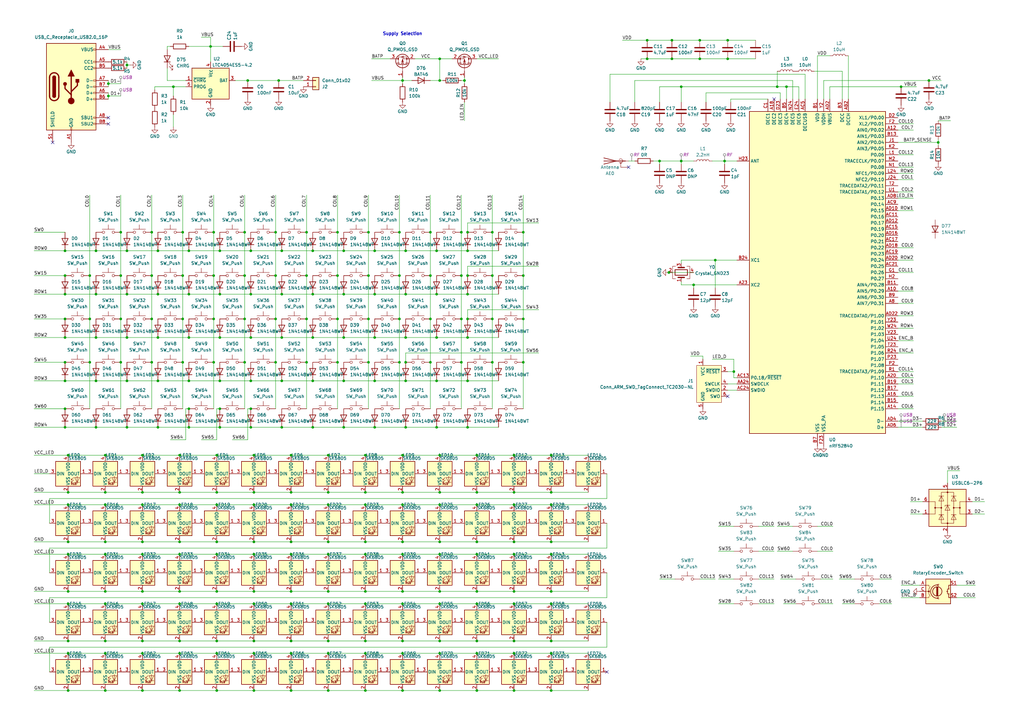
<source format=kicad_sch>
(kicad_sch (version 20231120) (generator "eeschema") (generator_version "8.0")
  (paper "A3")
  (title_block (date "2024-03-08"))
  (junction (at 180.34 201.93))
  (junction (at 73.66 201.93))
  (junction (at 104.14 227.33))
  (junction (at 119.38 267.97))
  (junction (at 265.43 24.13))
  (junction (at 153.67 120.65))
  (junction (at 64.77 138.43))
  (junction (at 43.18 267.97))
  (junction (at 210.82 186.69))
  (junction (at 88.9 227.33))
  (junction (at 58.42 186.69))
  (junction (at 114.3 33.02))
  (junction (at 128.27 102.87))
  (junction (at 119.38 201.93))
  (junction (at 100.33 148.59))
  (junction (at 149.86 222.25))
  (junction (at 226.06 222.25))
  (junction (at 180.34 247.65))
  (junction (at 165.1 262.89))
  (junction (at 322.58 35.56))
  (junction (at 52.07 156.21))
  (junction (at 180.34 33.02))
  (junction (at 191.77 102.87))
  (junction (at 104.14 201.93))
  (junction (at 191.77 156.21))
  (junction (at 27.94 283.21))
  (junction (at 39.37 175.26))
  (junction (at 73.66 186.69))
  (junction (at 138.43 148.59))
  (junction (at 180.34 24.13))
  (junction (at 210.82 267.97))
  (junction (at 39.37 138.43))
  (junction (at 49.53 130.81))
  (junction (at 128.27 138.43))
  (junction (at 189.23 95.25))
  (junction (at 43.18 247.65))
  (junction (at 64.77 175.26))
  (junction (at 104.14 207.01))
  (junction (at 26.67 102.87))
  (junction (at 73.66 222.25))
  (junction (at 77.47 102.87))
  (junction (at 104.14 247.65))
  (junction (at 163.83 95.25))
  (junction (at 151.13 130.81))
  (junction (at 179.07 120.65))
  (junction (at 134.62 207.01))
  (junction (at 90.17 175.26))
  (junction (at 119.38 247.65))
  (junction (at 214.63 95.25))
  (junction (at 64.77 102.87))
  (junction (at 165.1 247.65))
  (junction (at 210.82 222.25))
  (junction (at 102.87 175.26))
  (junction (at 163.83 148.59))
  (junction (at 163.83 113.03))
  (junction (at 119.38 222.25))
  (junction (at 149.86 201.93))
  (junction (at 74.93 95.25))
  (junction (at 27.94 186.69))
  (junction (at 58.42 201.93))
  (junction (at 210.82 207.01))
  (junction (at 297.18 66.04))
  (junction (at 88.9 267.97))
  (junction (at 115.57 120.65))
  (junction (at 90.17 156.21))
  (junction (at 58.42 222.25))
  (junction (at 226.06 267.97))
  (junction (at 165.1 186.69))
  (junction (at 195.58 227.33))
  (junction (at 113.03 148.59))
  (junction (at 149.86 283.21))
  (junction (at 275.59 16.51))
  (junction (at 52.07 138.43))
  (junction (at 166.37 120.65))
  (junction (at 73.66 262.89))
  (junction (at 27.94 267.97))
  (junction (at 134.62 283.21))
  (junction (at 26.67 175.26))
  (junction (at 134.62 222.25))
  (junction (at 100.33 130.81))
  (junction (at 191.77 95.25))
  (junction (at 104.14 186.69))
  (junction (at 149.86 267.97))
  (junction (at 77.47 138.43))
  (junction (at 149.86 247.65))
  (junction (at 74.93 113.03))
  (junction (at 104.14 242.57))
  (junction (at 44.45 39.37))
  (junction (at 62.23 113.03))
  (junction (at 102.87 167.64))
  (junction (at 27.94 247.65))
  (junction (at 58.42 242.57))
  (junction (at 210.82 283.21))
  (junction (at 87.63 148.59))
  (junction (at 210.82 247.65))
  (junction (at 115.57 102.87))
  (junction (at 134.62 227.33))
  (junction (at 102.87 138.43))
  (junction (at 104.14 222.25))
  (junction (at 210.82 201.93))
  (junction (at 90.17 120.65))
  (junction (at 125.73 95.25))
  (junction (at 149.86 207.01))
  (junction (at 88.9 201.93))
  (junction (at 138.43 95.25))
  (junction (at 26.67 120.65))
  (junction (at 36.83 130.81))
  (junction (at 101.6 33.02))
  (junction (at 165.1 267.97))
  (junction (at 384.81 58.42))
  (junction (at 49.53 113.03))
  (junction (at 74.93 148.59))
  (junction (at 58.42 267.97))
  (junction (at 140.97 156.21))
  (junction (at 210.82 227.33))
  (junction (at 179.07 138.43))
  (junction (at 52.07 120.65))
  (junction (at 191.77 130.81))
  (junction (at 88.9 222.25))
  (junction (at 166.37 148.59))
  (junction (at 104.14 262.89))
  (junction (at 27.94 222.25))
  (junction (at 166.37 102.87))
  (junction (at 115.57 138.43))
  (junction (at 77.47 167.64))
  (junction (at 195.58 247.65))
  (junction (at 26.67 138.43))
  (junction (at 166.37 138.43))
  (junction (at 36.83 113.03))
  (junction (at 43.18 222.25))
  (junction (at 180.34 262.89))
  (junction (at 287.02 24.13))
  (junction (at 26.67 130.81))
  (junction (at 90.17 102.87))
  (junction (at 165.1 242.57))
  (junction (at 189.23 148.59))
  (junction (at 74.93 130.81))
  (junction (at 151.13 148.59))
  (junction (at 226.06 247.65))
  (junction (at 166.37 156.21))
  (junction (at 226.06 242.57))
  (junction (at 26.67 113.03))
  (junction (at 195.58 186.69))
  (junction (at 58.42 227.33))
  (junction (at 39.37 156.21))
  (junction (at 179.07 156.21))
  (junction (at 149.86 262.89))
  (junction (at 165.1 207.01))
  (junction (at 43.18 262.89))
  (junction (at 214.63 113.03))
  (junction (at 39.37 120.65))
  (junction (at 138.43 130.81))
  (junction (at 176.53 130.81))
  (junction (at 90.17 138.43))
  (junction (at 369.57 35.56))
  (junction (at 104.14 283.21))
  (junction (at 265.43 16.51))
  (junction (at 140.97 138.43))
  (junction (at 87.63 113.03))
  (junction (at 195.58 207.01))
  (junction (at 27.94 207.01))
  (junction (at 176.53 148.59))
  (junction (at 191.77 138.43))
  (junction (at 134.62 262.89))
  (junction (at 226.06 283.21))
  (junction (at 27.94 242.57))
  (junction (at 274.32 111.76))
  (junction (at 180.34 227.33))
  (junction (at 201.93 130.81))
  (junction (at 300.99 152.4))
  (junction (at 119.38 283.21))
  (junction (at 226.06 227.33))
  (junction (at 73.66 227.33))
  (junction (at 298.45 24.13))
  (junction (at 298.45 16.51))
  (junction (at 86.36 19.05))
  (junction (at 195.58 201.93))
  (junction (at 88.9 242.57))
  (junction (at 88.9 283.21))
  (junction (at 26.67 148.59))
  (junction (at 226.06 262.89))
  (junction (at 140.97 175.26))
  (junction (at 64.77 120.65))
  (junction (at 113.03 95.25))
  (junction (at 27.94 262.89))
  (junction (at 293.37 106.68))
  (junction (at 119.38 262.89))
  (junction (at 176.53 95.25))
  (junction (at 134.62 267.97))
  (junction (at 201.93 113.03))
  (junction (at 73.66 247.65))
  (junction (at 140.97 102.87))
  (junction (at 58.42 283.21))
  (junction (at 195.58 262.89))
  (junction (at 195.58 242.57))
  (junction (at 176.53 113.03))
  (junction (at 58.42 262.89))
  (junction (at 180.34 186.69))
  (junction (at 287.02 16.51))
  (junction (at 201.93 148.59))
  (junction (at 49.53 148.59))
  (junction (at 71.12 35.56))
  (junction (at 87.63 130.81))
  (junction (at 275.59 24.13))
  (junction (at 189.23 113.03))
  (junction (at 115.57 175.26))
  (junction (at 180.34 242.57))
  (junction (at 77.47 120.65))
  (junction (at 279.4 35.56))
  (junction (at 119.38 207.01))
  (junction (at 125.73 130.81))
  (junction (at 119.38 242.57))
  (junction (at 180.34 207.01))
  (junction (at 58.42 207.01))
  (junction (at 104.14 267.97))
  (junction (at 77.47 175.26))
  (junction (at 151.13 113.03))
  (junction (at 62.23 130.81))
  (junction (at 43.18 186.69))
  (junction (at 191.77 175.26))
  (junction (at 100.33 95.25))
  (junction (at 134.62 247.65))
  (junction (at 163.83 130.81))
  (junction (at 73.66 283.21))
  (junction (at 128.27 156.21))
  (junction (at 88.9 207.01))
  (junction (at 134.62 201.93))
  (junction (at 153.67 102.87))
  (junction (at 179.07 102.87))
  (junction (at 226.06 207.01))
  (junction (at 58.42 247.65))
  (junction (at 43.18 207.01))
  (junction (at 210.82 242.57))
  (junction (at 43.18 227.33))
  (junction (at 26.67 167.64))
  (junction (at 180.34 283.21))
  (junction (at 73.66 267.97))
  (junction (at 165.1 227.33))
  (junction (at 165.1 201.93))
  (junction (at 36.83 148.59))
  (junction (at 180.34 267.97))
  (junction (at 119.38 186.69))
  (junction (at 62.23 95.25))
  (junction (at 77.47 156.21))
  (junction (at 73.66 207.01))
  (junction (at 151.13 95.25))
  (junction (at 113.03 130.81))
  (junction (at 153.67 156.21))
  (junction (at 64.77 156.21))
  (junction (at 191.77 113.03))
  (junction (at 226.06 201.93))
  (junction (at 210.82 262.89))
  (junction (at 165.1 33.02))
  (junction (at 189.23 130.81))
  (junction (at 27.94 201.93))
  (junction (at 149.86 186.69))
  (junction (at 440.69 110.49))
  (junction (at 87.63 95.25))
  (junction (at 190.5 33.02))
  (junction (at 44.45 34.29))
  (junction (at 381 33.02))
  (junction (at 201.93 95.25))
  (junction (at 214.63 130.81))
  (junction (at 153.67 175.26))
  (junction (at 88.9 262.89))
  (junction (at 128.27 120.65))
  (junction (at 43.18 201.93))
  (junction (at 100.33 113.03))
  (junction (at 88.9 247.65))
  (junction (at 318.77 35.56))
  (junction (at 195.58 222.25))
  (junction (at 27.94 227.33))
  (junction (at 134.62 242.57))
  (junction (at 191.77 120.65))
  (junction (at 165.1 222.25))
  (junction (at 115.57 156.21))
  (junction (at 195.58 283.21))
  (junction (at 166.37 175.26))
  (junction (at 102.87 120.65))
  (junction (at 119.38 227.33))
  (junction (at 43.18 283.21))
  (junction (at 279.4 66.04))
  (junction (at 284.48 116.84))
  (junction (at 214.63 148.59))
  (junction (at 125.73 148.59))
  (junction (at 270.51 66.04))
  (junction (at 149.86 227.33))
  (junction (at 102.87 102.87))
  (junction (at 179.07 175.26))
  (junction (at 195.58 267.97))
  (junction (at 102.87 156.21))
  (junction (at 153.67 138.43))
  (junction (at 125.73 113.03))
  (junction (at 88.9 186.69))
  (junction (at 52.07 102.87))
  (junction (at 73.66 242.57))
  (junction (at 180.34 222.25))
  (junction (at 52.07 26.67))
  (junction (at 43.18 242.57))
  (junction (at 26.67 156.21))
  (junction (at 140.97 120.65))
  (junction (at 62.23 148.59))
  (junction (at 165.1 283.21))
  (junction (at 90.17 167.64))
  (junction (at 128.27 175.26))
  (junction (at 49.53 95.25))
  (junction (at 467.36 110.49))
  (junction (at 52.07 175.26))
  (junction (at 113.03 113.03))
  (junction (at 134.62 186.69))
  (junction (at 39.37 102.87))
  (junction (at 138.43 113.03))
  (junction (at 149.86 242.57))
  (junction (at 226.06 186.69))
  (no_connect (at 21.59 58.42))
  (no_connect (at 44.45 50.8))
  (no_connect (at 257.81 68.58))
  (no_connect (at 298.45 162.56))
  (no_connect (at 248.92 275.59))
  (no_connect (at 44.45 48.26))
  (no_connect (at 317.5 40.64))
  (wire (pts (xy 335.28 226.06) (xy 341.63 226.06)))
  (wire (pts (xy 115.57 175.26) (xy 128.27 175.26)))
  (wire (pts (xy 44.45 39.37) (xy 49.53 39.37)))
  (wire (pts (xy 180.34 201.93) (xy 195.58 201.93)))
  (wire (pts (xy 88.9 207.01) (xy 104.14 207.01)))
  (wire (pts (xy 13.97 167.64) (xy 26.67 167.64)))
  (wire (pts (xy 163.83 95.25) (xy 163.83 113.03)))
  (wire (pts (xy 181.61 33.02) (xy 180.34 33.02)))
  (wire (pts (xy 90.17 138.43) (xy 102.87 138.43)))
  (wire (pts (xy 138.43 113.03) (xy 138.43 130.81)))
  (wire (pts (xy 195.58 242.57) (xy 210.82 242.57)))
  (wire (pts (xy 368.3 144.78) (xy 374.65 144.78)))
  (wire (pts (xy 191.77 175.26) (xy 204.47 175.26)))
  (wire (pts (xy 27.94 227.33) (xy 43.18 227.33)))
  (wire (pts (xy 297.18 66.04) (xy 302.26 66.04)))
  (wire (pts (xy 119.38 242.57) (xy 134.62 242.57)))
  (wire (pts (xy 284.48 116.84) (xy 284.48 118.11)))
  (wire (pts (xy 149.86 283.21) (xy 165.1 283.21)))
  (wire (pts (xy 138.43 95.25) (xy 138.43 113.03)))
  (wire (pts (xy 297.18 66.04) (xy 292.1 66.04)))
  (wire (pts (xy 104.14 242.57) (xy 119.38 242.57)))
  (wire (pts (xy 13.97 138.43) (xy 26.67 138.43)))
  (wire (pts (xy 73.66 283.21) (xy 88.9 283.21)))
  (wire (pts (xy 226.06 242.57) (xy 241.3 242.57)))
  (wire (pts (xy 101.6 167.64) (xy 102.87 167.64)))
  (wire (pts (xy 210.82 283.21) (xy 226.06 283.21)))
  (wire (pts (xy 195.58 283.21) (xy 210.82 283.21)))
  (wire (pts (xy 90.17 156.21) (xy 102.87 156.21)))
  (wire (pts (xy 26.67 156.21) (xy 39.37 156.21)))
  (wire (pts (xy 279.4 116.84) (xy 279.4 115.57)))
  (wire (pts (xy 190.5 49.53) (xy 190.5 41.91)))
  (wire (pts (xy 368.3 106.68) (xy 374.65 106.68)))
  (wire (pts (xy 58.42 262.89) (xy 73.66 262.89)))
  (wire (pts (xy 318.77 29.21) (xy 318.77 35.56)))
  (wire (pts (xy 334.01 29.21) (xy 345.44 29.21)))
  (wire (pts (xy 195.58 24.13) (xy 204.47 24.13)))
  (wire (pts (xy 125.73 113.03) (xy 125.73 130.81)))
  (wire (pts (xy 44.45 34.29) (xy 44.45 35.56)))
  (wire (pts (xy 138.43 130.81) (xy 138.43 148.59)))
  (wire (pts (xy 152.4 24.13) (xy 160.02 24.13)))
  (wire (pts (xy 369.57 240.03) (xy 377.19 240.03)))
  (wire (pts (xy 101.6 180.34) (xy 101.6 167.64)))
  (wire (pts (xy 100.33 113.03) (xy 100.33 130.81)))
  (wire (pts (xy 114.3 33.02) (xy 101.6 33.02)))
  (wire (pts (xy 279.4 35.56) (xy 318.77 35.56)))
  (wire (pts (xy 388.62 193.04) (xy 393.7 193.04)))
  (wire (pts (xy 26.67 138.43) (xy 39.37 138.43)))
  (wire (pts (xy 248.92 234.95) (xy 248.92 245.11)))
  (wire (pts (xy 176.53 33.02) (xy 180.34 33.02)))
  (wire (pts (xy 226.06 262.89) (xy 241.3 262.89)))
  (wire (pts (xy 64.77 138.43) (xy 77.47 138.43)))
  (wire (pts (xy 13.97 156.21) (xy 26.67 156.21)))
  (wire (pts (xy 102.87 120.65) (xy 115.57 120.65)))
  (wire (pts (xy 113.03 113.03) (xy 113.03 130.81)))
  (wire (pts (xy 368.3 111.76) (xy 374.65 111.76)))
  (wire (pts (xy 77.47 120.65) (xy 90.17 120.65)))
  (wire (pts (xy 320.04 38.1) (xy 320.04 40.64)))
  (wire (pts (xy 36.83 80.01) (xy 36.83 113.03)))
  (wire (pts (xy 270.51 237.49) (xy 276.86 237.49)))
  (wire (pts (xy 44.45 20.32) (xy 49.53 20.32)))
  (wire (pts (xy 384.81 57.15) (xy 384.81 58.42)))
  (wire (pts (xy 68.58 27.94) (xy 68.58 33.02)))
  (wire (pts (xy 52.07 26.67) (xy 52.07 27.94)))
  (wire (pts (xy 368.3 162.56) (xy 374.65 162.56)))
  (wire (pts (xy 345.44 29.21) (xy 345.44 40.64)))
  (wire (pts (xy 128.27 175.26) (xy 140.97 175.26)))
  (wire (pts (xy 149.86 201.93) (xy 165.1 201.93)))
  (wire (pts (xy 104.14 186.69) (xy 119.38 186.69)))
  (wire (pts (xy 279.4 106.68) (xy 293.37 106.68)))
  (wire (pts (xy 152.4 33.02) (xy 165.1 33.02)))
  (wire (pts (xy 128.27 102.87) (xy 140.97 102.87)))
  (wire (pts (xy 13.97 113.03) (xy 26.67 113.03)))
  (wire (pts (xy 287.02 237.49) (xy 293.37 237.49)))
  (wire (pts (xy 128.27 138.43) (xy 140.97 138.43)))
  (wire (pts (xy 13.97 207.01) (xy 27.94 207.01)))
  (wire (pts (xy 69.85 19.05) (xy 68.58 19.05)))
  (wire (pts (xy 49.53 80.01) (xy 49.53 95.25)))
  (wire (pts (xy 368.3 154.94) (xy 374.65 154.94)))
  (wire (pts (xy 279.4 67.31) (xy 279.4 66.04)))
  (wire (pts (xy 39.37 175.26) (xy 52.07 175.26)))
  (wire (pts (xy 368.3 134.62) (xy 374.65 134.62)))
  (wire (pts (xy 140.97 175.26) (xy 153.67 175.26)))
  (wire (pts (xy 90.17 120.65) (xy 102.87 120.65)))
  (wire (pts (xy 88.9 267.97) (xy 104.14 267.97)))
  (wire (pts (xy 113.03 130.81) (xy 113.03 148.59)))
  (wire (pts (xy 248.92 194.31) (xy 248.92 204.47)))
  (wire (pts (xy 265.43 24.13) (xy 275.59 24.13)))
  (wire (pts (xy 294.64 237.49) (xy 300.99 237.49)))
  (wire (pts (xy 330.2 30.48) (xy 250.19 30.48)))
  (wire (pts (xy 58.42 207.01) (xy 73.66 207.01)))
  (wire (pts (xy 189.23 148.59) (xy 189.23 167.64)))
  (wire (pts (xy 386.08 172.72) (xy 392.43 172.72)))
  (wire (pts (xy 165.1 186.69) (xy 180.34 186.69)))
  (wire (pts (xy 368.3 101.6) (xy 374.65 101.6)))
  (wire (pts (xy 165.1 31.75) (xy 165.1 33.02)))
  (wire (pts (xy 52.07 102.87) (xy 64.77 102.87)))
  (wire (pts (xy 434.34 111.76) (xy 434.34 110.49)))
  (wire (pts (xy 270.51 35.56) (xy 270.51 41.91)))
  (wire (pts (xy 119.38 222.25) (xy 134.62 222.25)))
  (wire (pts (xy 62.23 113.03) (xy 62.23 130.81)))
  (wire (pts (xy 100.33 95.25) (xy 100.33 113.03)))
  (wire (pts (xy 140.97 156.21) (xy 153.67 156.21)))
  (wire (pts (xy 327.66 35.56) (xy 327.66 40.64)))
  (wire (pts (xy 20.32 265.43) (xy 20.32 275.59)))
  (wire (pts (xy 180.34 283.21) (xy 195.58 283.21)))
  (wire (pts (xy 368.3 73.66) (xy 374.65 73.66)))
  (wire (pts (xy 125.73 148.59) (xy 125.73 167.64)))
  (wire (pts (xy 195.58 267.97) (xy 210.82 267.97)))
  (wire (pts (xy 36.83 148.59) (xy 36.83 167.64)))
  (wire (pts (xy 27.94 222.25) (xy 43.18 222.25)))
  (wire (pts (xy 179.07 120.65) (xy 191.77 120.65)))
  (wire (pts (xy 195.58 201.93) (xy 210.82 201.93)))
  (wire (pts (xy 190.5 34.29) (xy 190.5 33.02)))
  (wire (pts (xy 176.53 95.25) (xy 176.53 113.03)))
  (wire (pts (xy 20.32 204.47) (xy 20.32 214.63)))
  (wire (pts (xy 298.45 157.48) (xy 302.26 157.48)))
  (wire (pts (xy 64.77 156.21) (xy 77.47 156.21)))
  (wire (pts (xy 151.13 130.81) (xy 151.13 148.59)))
  (wire (pts (xy 119.38 207.01) (xy 134.62 207.01)))
  (wire (pts (xy 322.58 35.56) (xy 322.58 40.64)))
  (wire (pts (xy 210.82 207.01) (xy 226.06 207.01)))
  (wire (pts (xy 138.43 148.59) (xy 138.43 167.64)))
  (wire (pts (xy 49.53 113.03) (xy 49.53 130.81)))
  (wire (pts (xy 250.19 30.48) (xy 250.19 41.91)))
  (wire (pts (xy 52.07 175.26) (xy 64.77 175.26)))
  (wire (pts (xy 195.58 247.65) (xy 210.82 247.65)))
  (wire (pts (xy 318.77 215.9) (xy 325.12 215.9)))
  (wire (pts (xy 134.62 186.69) (xy 149.86 186.69)))
  (wire (pts (xy 163.83 113.03) (xy 163.83 130.81)))
  (wire (pts (xy 104.14 207.01) (xy 119.38 207.01)))
  (wire (pts (xy 398.78 205.74) (xy 403.86 205.74)))
  (wire (pts (xy 88.9 167.64) (xy 90.17 167.64)))
  (wire (pts (xy 191.77 109.22) (xy 220.98 109.22)))
  (wire (pts (xy 149.86 267.97) (xy 165.1 267.97)))
  (wire (pts (xy 191.77 120.65) (xy 204.47 120.65)))
  (wire (pts (xy 64.77 120.65) (xy 77.47 120.65)))
  (wire (pts (xy 248.92 245.11) (xy 20.32 245.11)))
  (wire (pts (xy 201.93 113.03) (xy 201.93 130.81)))
  (wire (pts (xy 87.63 148.59) (xy 87.63 167.64)))
  (wire (pts (xy 311.15 237.49) (xy 317.5 237.49)))
  (wire (pts (xy 302.26 116.84) (xy 284.48 116.84)))
  (wire (pts (xy 68.58 19.05) (xy 68.58 20.32)))
  (wire (pts (xy 13.97 267.97) (xy 27.94 267.97)))
  (wire (pts (xy 255.27 16.51) (xy 265.43 16.51)))
  (wire (pts (xy 284.48 116.84) (xy 279.4 116.84)))
  (wire (pts (xy 88.9 247.65) (xy 104.14 247.65)))
  (wire (pts (xy 340.36 35.56) (xy 369.57 35.56)))
  (wire (pts (xy 335.28 215.9) (xy 341.63 215.9)))
  (wire (pts (xy 39.37 138.43) (xy 52.07 138.43)))
  (wire (pts (xy 49.53 130.81) (xy 49.53 148.59)))
  (wire (pts (xy 165.1 207.01) (xy 180.34 207.01)))
  (wire (pts (xy 368.3 129.54) (xy 374.65 129.54)))
  (wire (pts (xy 165.1 262.89) (xy 180.34 262.89)))
  (wire (pts (xy 210.82 201.93) (xy 226.06 201.93)))
  (wire (pts (xy 104.14 283.21) (xy 119.38 283.21)))
  (wire (pts (xy 287.02 24.13) (xy 298.45 24.13)))
  (wire (pts (xy 165.1 247.65) (xy 180.34 247.65)))
  (wire (pts (xy 26.67 102.87) (xy 39.37 102.87)))
  (wire (pts (xy 180.34 262.89) (xy 195.58 262.89)))
  (wire (pts (xy 274.32 111.76) (xy 284.48 111.76)))
  (wire (pts (xy 226.06 267.97) (xy 241.3 267.97)))
  (wire (pts (xy 292.1 147.32) (xy 300.99 147.32)))
  (wire (pts (xy 88.9 222.25) (xy 104.14 222.25)))
  (wire (pts (xy 398.78 210.82) (xy 403.86 210.82)))
  (wire (pts (xy 318.77 35.56) (xy 322.58 35.56)))
  (wire (pts (xy 134.62 262.89) (xy 149.86 262.89)))
  (wire (pts (xy 27.94 262.89) (xy 43.18 262.89)))
  (wire (pts (xy 125.73 95.25) (xy 125.73 113.03)))
  (wire (pts (xy 58.42 242.57) (xy 73.66 242.57)))
  (wire (pts (xy 201.93 95.25) (xy 201.93 113.03)))
  (wire (pts (xy 73.66 201.93) (xy 88.9 201.93)))
  (wire (pts (xy 74.93 95.25) (xy 74.93 113.03)))
  (wire (pts (xy 113.03 148.59) (xy 113.03 167.64)))
  (wire (pts (xy 119.38 247.65) (xy 134.62 247.65)))
  (wire (pts (xy 335.28 22.86) (xy 335.28 40.64)))
  (wire (pts (xy 165.1 222.25) (xy 180.34 222.25)))
  (wire (pts (xy 36.83 113.03) (xy 36.83 130.81)))
  (wire (pts (xy 166.37 144.78) (xy 166.37 148.59)))
  (wire (pts (xy 185.42 24.13) (xy 180.34 24.13)))
  (wire (pts (xy 384.81 58.42) (xy 384.81 59.69)))
  (wire (pts (xy 335.28 22.86) (xy 340.36 22.86)))
  (wire (pts (xy 299.72 40.64) (xy 314.96 40.64)))
  (wire (pts (xy 180.34 207.01) (xy 195.58 207.01)))
  (wire (pts (xy 13.97 283.21) (xy 27.94 283.21)))
  (wire (pts (xy 289.56 41.91) (xy 289.56 38.1)))
  (wire (pts (xy 289.56 38.1) (xy 320.04 38.1)))
  (wire (pts (xy 119.38 267.97) (xy 134.62 267.97)))
  (wire (pts (xy 149.86 186.69) (xy 165.1 186.69)))
  (wire (pts (xy 104.14 262.89) (xy 119.38 262.89)))
  (wire (pts (xy 345.44 247.65) (xy 350.52 247.65)))
  (wire (pts (xy 368.3 119.38) (xy 374.65 119.38)))
  (wire (pts (xy 384.81 58.42) (xy 368.3 58.42)))
  (wire (pts (xy 73.66 247.65) (xy 88.9 247.65)))
  (wire (pts (xy 267.97 66.04) (xy 270.51 66.04)))
  (wire (pts (xy 100.33 148.59) (xy 100.33 167.64)))
  (wire (pts (xy 44.45 33.02) (xy 44.45 34.29)))
  (wire (pts (xy 125.73 130.81) (xy 125.73 148.59)))
  (wire (pts (xy 400.05 240.03) (xy 392.43 240.03)))
  (wire (pts (xy 318.77 226.06) (xy 325.12 226.06)))
  (wire (pts (xy 43.18 283.21) (xy 58.42 283.21)))
  (wire (pts (xy 64.77 175.26) (xy 77.47 175.26)))
  (wire (pts (xy 166.37 144.78) (xy 220.98 144.78)))
  (wire (pts (xy 13.97 130.81) (xy 26.67 130.81)))
  (wire (pts (xy 52.07 120.65) (xy 64.77 120.65)))
  (wire (pts (xy 43.18 267.97) (xy 58.42 267.97)))
  (wire (pts (xy 153.67 102.87) (xy 166.37 102.87)))
  (wire (pts (xy 86.36 15.24) (xy 86.36 19.05)))
  (wire (pts (xy 73.66 227.33) (xy 88.9 227.33)))
  (wire (pts (xy 43.18 207.01) (xy 58.42 207.01)))
  (wire (pts (xy 180.34 33.02) (xy 180.34 24.13)))
  (wire (pts (xy 13.97 194.31) (xy 20.32 194.31)))
  (wire (pts (xy 179.07 156.21) (xy 191.77 156.21)))
  (wire (pts (xy 62.23 148.59) (xy 62.23 167.64)))
  (wire (pts (xy 300.99 154.94) (xy 300.99 152.4)))
  (wire (pts (xy 180.34 222.25) (xy 195.58 222.25)))
  (wire (pts (xy 104.14 201.93) (xy 119.38 201.93)))
  (wire (pts (xy 77.47 175.26) (xy 90.17 175.26)))
  (wire (pts (xy 226.06 207.01) (xy 241.3 207.01)))
  (wire (pts (xy 91.44 19.05) (xy 86.36 19.05)))
  (wire (pts (xy 153.67 120.65) (xy 166.37 120.65)))
  (wire (pts (xy 344.17 237.49) (xy 350.52 237.49)))
  (wire (pts (xy 311.15 247.65) (xy 317.5 247.65)))
  (wire (pts (xy 134.62 201.93) (xy 149.86 201.93)))
  (wire (pts (xy 288.29 146.05) (xy 288.29 147.32)))
  (wire (pts (xy 248.92 214.63) (xy 248.92 224.79)))
  (wire (pts (xy 201.93 130.81) (xy 201.93 148.59)))
  (wire (pts (xy 440.69 110.49) (xy 440.69 113.03)))
  (wire (pts (xy 13.97 148.59) (xy 26.67 148.59)))
  (wire (pts (xy 113.03 80.01) (xy 113.03 95.25)))
  (wire (pts (xy 275.59 24.13) (xy 287.02 24.13)))
  (wire (pts (xy 257.81 66.04) (xy 260.35 66.04)))
  (wire (pts (xy 180.34 227.33) (xy 195.58 227.33)))
  (wire (pts (xy 294.64 247.65) (xy 300.99 247.65)))
  (wire (pts (xy 77.47 19.05) (xy 86.36 19.05)))
  (wire (pts (xy 95.25 180.34) (xy 101.6 180.34)))
  (wire (pts (xy 119.38 186.69) (xy 134.62 186.69)))
  (wire (pts (xy 27.94 207.01) (xy 43.18 207.01)))
  (wire (pts (xy 63.5 36.83) (xy 63.5 35.56)))
  (wire (pts (xy 153.67 175.26) (xy 166.37 175.26)))
  (wire (pts (xy 163.83 80.01) (xy 163.83 95.25)))
  (wire (pts (xy 82.55 180.34) (xy 88.9 180.34)))
  (wire (pts (xy 119.38 283.21) (xy 134.62 283.21)))
  (wire (pts (xy 149.86 262.89) (xy 165.1 262.89)))
  (wire (pts (xy 74.93 130.81) (xy 74.93 148.59)))
  (wire (pts (xy 195.58 227.33) (xy 210.82 227.33)))
  (wire (pts (xy 73.66 222.25) (xy 88.9 222.25)))
  (wire (pts (xy 44.45 39.37) (xy 44.45 40.64)))
  (wire (pts (xy 279.4 66.04) (xy 284.48 66.04)))
  (wire (pts (xy 64.77 102.87) (xy 77.47 102.87)))
  (wire (pts (xy 53.34 26.67) (xy 52.07 26.67)))
  (wire (pts (xy 115.57 102.87) (xy 128.27 102.87)))
  (wire (pts (xy 115.57 156.21) (xy 128.27 156.21)))
  (wire (pts (xy 13.97 262.89) (xy 27.94 262.89)))
  (wire (pts (xy 74.93 113.03) (xy 74.93 130.81)))
  (wire (pts (xy 337.82 33.02) (xy 337.82 40.64)))
  (wire (pts (xy 191.77 109.22) (xy 191.77 113.03)))
  (wire (pts (xy 43.18 242.57) (xy 58.42 242.57)))
  (wire (pts (xy 180.34 247.65) (xy 195.58 247.65)))
  (wire (pts (xy 20.32 245.11) (xy 20.32 255.27)))
  (wire (pts (xy 166.37 102.87) (xy 179.07 102.87)))
  (wire (pts (xy 13.97 222.25) (xy 27.94 222.25)))
  (wire (pts (xy 170.18 24.13) (xy 180.34 24.13)))
  (wire (pts (xy 368.3 152.4) (xy 374.65 152.4)))
  (wire (pts (xy 467.36 111.76) (xy 467.36 110.49)))
  (wire (pts (xy 125.73 80.01) (xy 125.73 95.25)))
  (wire (pts (xy 62.23 80.01) (xy 62.23 95.25)))
  (wire (pts (xy 151.13 148.59) (xy 151.13 167.64)))
  (wire (pts (xy 388.62 193.04) (xy 388.62 198.12)))
  (wire (pts (xy 300.99 147.32) (xy 300.99 152.4)))
  (wire (pts (xy 190.5 33.02) (xy 189.23 33.02)))
  (wire (pts (xy 298.45 24.13) (xy 309.88 24.13)))
  (wire (pts (xy 165.1 201.93) (xy 180.34 201.93)))
  (wire (pts (xy 297.18 67.31) (xy 297.18 66.04)))
  (wire (pts (xy 210.82 262.89) (xy 226.06 262.89)))
  (wire (pts (xy 321.31 247.65) (xy 326.39 247.65)))
  (wire (pts (xy 248.92 265.43) (xy 20.32 265.43)))
  (wire (pts (xy 52.07 25.4) (xy 52.07 26.67)))
  (wire (pts (xy 298.45 16.51) (xy 309.88 16.51)))
  (wire (pts (xy 151.13 80.01) (xy 151.13 95.25)))
  (wire (pts (xy 386.08 175.26) (xy 392.43 175.26)))
  (wire (pts (xy 90.17 175.26) (xy 102.87 175.26)))
  (wire (pts (xy 163.83 130.81) (xy 163.83 148.59)))
  (wire (pts (xy 210.82 222.25) (xy 226.06 222.25)))
  (wire (pts (xy 149.86 242.57) (xy 165.1 242.57)))
  (wire (pts (xy 165.1 267.97) (xy 180.34 267.97)))
  (wire (pts (xy 330.2 30.48) (xy 330.2 40.64)))
  (wire (pts (xy 114.3 33.02) (xy 124.46 33.02)))
  (wire (pts (xy 279.4 35.56) (xy 279.4 41.91)))
  (wire (pts (xy 337.82 33.02) (xy 381 33.02)))
  (wire (pts (xy 119.38 227.33) (xy 134.62 227.33)))
  (wire (pts (xy 191.77 91.44) (xy 191.77 95.25)))
  (wire (pts (xy 151.13 113.03) (xy 151.13 130.81)))
  (wire (pts (xy 195.58 207.01) (xy 210.82 207.01)))
  (wire (pts (xy 86.36 19.05) (xy 86.36 25.4)))
  (wire (pts (xy 378.46 210.82) (xy 373.38 210.82)))
  (wire (pts (xy 102.87 138.43) (xy 115.57 138.43)))
  (wire (pts (xy 191.77 127) (xy 220.98 127)))
  (wire (pts (xy 71.12 35.56) (xy 76.2 35.56)))
  (wire (pts (xy 368.3 139.7) (xy 374.65 139.7)))
  (wire (pts (xy 368.3 124.46) (xy 374.65 124.46)))
  (wire (pts (xy 214.63 113.03) (xy 214.63 130.81)))
  (wire (pts (xy 149.86 222.25) (xy 165.1 222.25)))
  (wire (pts (xy 368.3 86.36) (xy 374.65 86.36)))
  (wire (pts (xy 13.97 120.65) (xy 26.67 120.65)))
  (wire (pts (xy 20.32 224.79) (xy 20.32 234.95)))
  (wire (pts (xy 214.63 95.25) (xy 214.63 113.03)))
  (wire (pts (xy 226.06 222.25) (xy 241.3 222.25)))
  (wire (pts (xy 149.86 247.65) (xy 165.1 247.65)))
  (wire (pts (xy 176.53 80.01) (xy 176.53 95.25)))
  (wire (pts (xy 226.06 201.93) (xy 241.3 201.93)))
  (wire (pts (xy 368.3 78.74) (xy 374.65 78.74)))
  (wire (pts (xy 368.3 71.12) (xy 374.65 71.12)))
  (wire (pts (xy 368.3 172.72) (xy 378.46 172.72)))
  (wire (pts (xy 210.82 242.57) (xy 226.06 242.57)))
  (wire (pts (xy 13.97 186.69) (xy 27.94 186.69)))
  (wire (pts (xy 82.55 15.24) (xy 86.36 15.24)))
  (wire (pts (xy 226.06 283.21) (xy 241.3 283.21)))
  (wire (pts (xy 191.77 91.44) (xy 220.98 91.44)))
  (wire (pts (xy 325.12 33.02) (xy 325.12 40.64)))
  (wire (pts (xy 180.34 186.69) (xy 195.58 186.69)))
  (wire (pts (xy 39.37 102.87) (xy 52.07 102.87)))
  (wire (pts (xy 201.93 80.01) (xy 201.93 95.25)))
  (wire (pts (xy 74.93 80.01) (xy 74.93 95.25)))
  (wire (pts (xy 49.53 148.59) (xy 49.53 167.64)))
  (wire (pts (xy 27.94 242.57) (xy 43.18 242.57)))
  (wire (pts (xy 270.51 66.04) (xy 270.51 67.31)))
  (wire (pts (xy 347.98 22.86) (xy 347.98 40.64)))
  (wire (pts (xy 210.82 267.97) (xy 226.06 267.97)))
  (wire (pts (xy 58.42 267.97) (xy 73.66 267.97)))
  (wire (pts (xy 90.17 102.87) (xy 102.87 102.87)))
  (wire (pts (xy 134.62 207.01) (xy 149.86 207.01)))
  (wire (pts (xy 265.43 16.51) (xy 275.59 16.51)))
  (wire (pts (xy 68.58 33.02) (xy 76.2 33.02)))
  (wire (pts (xy 58.42 186.69) (xy 73.66 186.69)))
  (wire (pts (xy 36.83 130.81) (xy 36.83 148.59)))
  (wire (pts (xy 368.3 175.26) (xy 378.46 175.26)))
  (wire (pts (xy 392.43 245.11) (xy 400.05 245.11)))
  (wire (pts (xy 73.66 186.69) (xy 88.9 186.69)))
  (wire (pts (xy 69.85 180.34) (xy 76.2 180.34)))
  (wire (pts (xy 88.9 283.21) (xy 104.14 283.21)))
  (wire (pts (xy 88.9 186.69) (xy 104.14 186.69)))
  (wire (pts (xy 368.3 53.34) (xy 374.65 53.34)))
  (wire (pts (xy 119.38 262.89) (xy 134.62 262.89)))
  (wire (pts (xy 13.97 102.87) (xy 26.67 102.87)))
  (wire (pts (xy 226.06 247.65) (xy 241.3 247.65)))
  (wire (pts (xy 87.63 80.01) (xy 87.63 95.25)))
  (wire (pts (xy 58.42 201.93) (xy 73.66 201.93)))
  (wire (pts (xy 58.42 247.65) (xy 73.66 247.65)))
  (wire (pts (xy 88.9 201.93) (xy 104.14 201.93)))
  (wire (pts (xy 27.94 186.69) (xy 43.18 186.69)))
  (wire (pts (xy 298.45 160.02) (xy 302.26 160.02)))
  (wire (pts (xy 299.72 41.91) (xy 299.72 40.64)))
  (wire (pts (xy 214.63 148.59) (xy 214.63 167.64)))
  (wire (pts (xy 102.87 102.87) (xy 115.57 102.87)))
  (wire (pts (xy 119.38 201.93) (xy 134.62 201.93)))
  (wire (pts (xy 58.42 222.25) (xy 73.66 222.25)))
  (wire (pts (xy 88.9 180.34) (xy 88.9 167.64)))
  (wire (pts (xy 300.99 152.4) (xy 298.45 152.4)))
  (wire (pts (xy 248.92 204.47) (xy 20.32 204.47)))
  (wire (pts (xy 165.1 227.33) (xy 180.34 227.33)))
  (wire (pts (xy 214.63 80.01) (xy 214.63 95.25)))
  (wire (pts (xy 275.59 16.51) (xy 287.02 16.51)))
  (wire (pts (xy 134.62 267.97) (xy 149.86 267.97)))
  (wire (pts (xy 58.42 283.21) (xy 73.66 283.21)))
  (wire (pts (xy 13.97 242.57) (xy 27.94 242.57)))
  (wire (pts (xy 73.66 267.97) (xy 88.9 267.97)))
  (wire (pts (xy 260.35 33.02) (xy 260.35 41.91)))
  (wire (pts (xy 191.77 156.21) (xy 204.47 156.21)))
  (wire (pts (xy 44.45 38.1) (xy 44.45 39.37)))
  (wire (pts (xy 104.14 267.97) (xy 119.38 267.97)))
  (wire (pts (xy 13.97 95.25) (xy 26.67 95.25)))
  (wire (pts (xy 279.4 35.56) (xy 270.51 35.56)))
  (wire (pts (xy 195.58 186.69) (xy 210.82 186.69)))
  (wire (pts (xy 226.06 186.69) (xy 241.3 186.69)))
  (wire (pts (xy 43.18 227.33) (xy 58.42 227.33)))
  (wire (pts (xy 100.33 80.01) (xy 100.33 95.25)))
  (wire (pts (xy 140.97 102.87) (xy 153.67 102.87)))
  (wire (pts (xy 73.66 242.57) (xy 88.9 242.57)))
  (wire (pts (xy 191.77 138.43) (xy 204.47 138.43)))
  (wire (pts (xy 138.43 80.01) (xy 138.43 95.25)))
  (wire (pts (xy 166.37 156.21) (xy 179.07 156.21)))
  (wire (pts (xy 179.07 175.26) (xy 191.77 175.26)))
  (wire (pts (xy 176.53 148.59) (xy 176.53 167.64)))
  (wire (pts (xy 88.9 262.89) (xy 104.14 262.89)))
  (wire (pts (xy 294.64 215.9) (xy 300.99 215.9)))
  (wire (pts (xy 248.92 255.27) (xy 248.92 265.43)))
  (wire (pts (xy 43.18 247.65) (xy 58.42 247.65)))
  (wire (pts (xy 189.23 95.25) (xy 189.23 113.03)))
  (wire (pts (xy 71.12 39.37) (xy 71.12 35.56)))
  (wire (pts (xy 62.23 130.81) (xy 62.23 148.59)))
  (wire (pts (xy 327.66 35.56) (xy 322.58 35.56)))
  (wire (pts (xy 49.53 95.25) (xy 49.53 113.03)))
  (wire (pts (xy 368.3 63.5) (xy 374.65 63.5)))
  (wire (pts (xy 293.37 106.68) (xy 302.26 106.68)))
  (wire (pts (xy 166.37 175.26) (xy 179.07 175.26)))
  (wire (pts (xy 153.67 138.43) (xy 166.37 138.43)))
  (wire (pts (xy 165.1 33.02) (xy 168.91 33.02)))
  (wire (pts (xy 279.4 107.95) (xy 279.4 106.68)))
  (wire (pts (xy 76.2 167.64) (xy 77.47 167.64)))
  (wire (pts (xy 134.62 283.21) (xy 149.86 283.21)))
  (wire (pts (xy 100.33 130.81) (xy 100.33 148.59)))
  (wire (pts (xy 210.82 247.65) (xy 226.06 247.65)))
  (wire (pts (xy 214.63 130.81) (xy 214.63 148.59)))
  (wire (pts (xy 88.9 242.57) (xy 104.14 242.57)))
  (wire (pts (xy 294.64 226.06) (xy 300.99 226.06)))
  (wire (pts (xy 39.37 120.65) (xy 52.07 120.65)))
  (wire (pts (xy 140.97 120.65) (xy 153.67 120.65)))
  (wire (pts (xy 378.46 205.74) (xy 373.38 205.74)))
  (wire (pts (xy 293.37 106.68) (xy 293.37 118.11)))
  (wire (pts (xy 62.23 95.25) (xy 62.23 113.03)))
  (wire (pts (xy 149.86 227.33) (xy 165.1 227.33)))
  (wire (pts (xy 27.94 283.21) (xy 43.18 283.21)))
  (wire (pts (xy 115.57 120.65) (xy 128.27 120.65)))
  (wire (pts (xy 210.82 186.69) (xy 226.06 186.69)))
  (wire (pts (xy 189.23 130.81) (xy 189.23 148.59)))
  (wire (pts (xy 195.58 222.25) (xy 210.82 222.25)))
  (wire (pts (xy 166.37 120.65) (xy 179.07 120.65)))
  (wire (pts (xy 104.14 227.33) (xy 119.38 227.33)))
  (wire (pts (xy 77.47 138.43) (xy 90.17 138.43)))
  (wire (pts (xy 102.87 175.26) (xy 115.57 175.26)))
  (wire (pts (xy 180.34 242.57) (xy 195.58 242.57)))
  (wire (pts (xy 101.6 33.02) (xy 96.52 33.02)))
  (wire (pts (xy 13.97 247.65) (xy 27.94 247.65)))
  (wire (pts (xy 195.58 262.89) (xy 210.82 262.89)))
  (wire (pts (xy 179.07 102.87) (xy 191.77 102.87)))
  (wire (pts (xy 52.07 156.21) (xy 64.77 156.21)))
  (wire (pts (xy 13.97 201.93) (xy 27.94 201.93)))
  (wire (pts (xy 165.1 283.21) (xy 180.34 283.21)))
  (wire (pts (xy 189.23 113.03) (xy 189.23 130.81)))
  (wire (pts (xy 134.62 242.57) (xy 149.86 242.57)))
  (wire (pts (xy 102.87 156.21) (xy 115.57 156.21)))
  (wire (pts (xy 311.15 226.06) (xy 317.5 226.06)))
  (wire (pts (xy 163.83 148.59) (xy 163.83 167.64)))
  (wire (pts (xy 115.57 138.43) (xy 128.27 138.43)))
  (wire (pts (xy 26.67 175.26) (xy 39.37 175.26)))
  (wire (pts (xy 26.67 120.65) (xy 39.37 120.65)))
  (wire (pts (xy 128.27 120.65) (xy 140.97 120.65)))
  (wire (pts (xy 77.47 102.87) (xy 90.17 102.87)))
  (wire (pts (xy 180.34 267.97) (xy 195.58 267.97)))
  (wire (pts (xy 311.15 215.9) (xy 317.5 215.9)))
  (wire (pts (xy 134.62 227.33) (xy 149.86 227.33)))
  (wire (pts (xy 201.93 148.59) (xy 201.93 167.64)))
  (wire (pts (xy 191.77 102.87) (xy 204.47 102.87)))
  (wire (pts (xy 88.9 227.33) (xy 104.14 227.33)))
  (wire (pts (xy 368.3 68.58) (xy 374.65 68.58)))
  (wire (pts (xy 336.55 237.49) (xy 341.63 237.49)))
  (wire (pts (xy 27.94 267.97) (xy 43.18 267.97)))
  (wire (pts (xy 27.94 247.65) (xy 43.18 247.65)))
  (wire (pts (xy 43.18 186.69) (xy 58.42 186.69)))
  (wire (pts (xy 248.92 224.79) (xy 20.32 224.79)))
  (wire (pts (xy 179.07 138.43) (xy 191.77 138.43)))
  (wire (pts (xy 467.36 110.49) (xy 473.71 110.49)))
  (wire (pts (xy 58.42 227.33) (xy 73.66 227.33)))
  (wire (pts (xy 87.63 95.25) (xy 87.63 113.03)))
  (wire (pts (xy 279.4 66.04) (xy 270.51 66.04)))
  (wire (pts (xy 165.1 242.57) (xy 180.34 242.57)))
  (wire (pts (xy 384.81 49.53) (xy 389.89 49.53)))
  (wire (pts (xy 189.23 80.01) (xy 189.23 95.25)))
  (wire (pts (xy 191.77 127) (xy 191.77 130.81)))
  (wire (pts (xy 87.63 130.81) (xy 87.63 148.59)))
  (wire (pts (xy 381 33.02) (xy 386.08 33.02)))
  (wire (pts (xy 134.62 247.65) (xy 149.86 247.65)))
  (wire (pts (xy 176.53 113.03) (xy 176.53 130.81)))
  (wire (pts (xy 134.62 222.25) (xy 149.86 222.25)))
  (wire (pts (xy 360.68 237.49) (xy 365.76 237.49)))
  (wire (pts (xy 165.1 33.02) (xy 165.1 34.29)))
  (wire (pts (xy 71.12 52.07) (xy 71.12 46.99)))
  (wire (pts (xy 210.82 227.33) (xy 226.06 227.33)))
  (wire (pts (xy 113.03 95.25) (xy 113.03 113.03)))
  (wire (pts (xy 76.2 180.34) (xy 76.2 167.64)))
  (wire (pts (xy 166.37 138.43) (xy 179.07 138.43)))
  (wire (pts (xy 176.53 130.81) (xy 176.53 148.59)))
  (wire (pts (xy 260.35 33.02) (xy 325.12 33.02)))
  (wire (pts (xy 368.3 167.64) (xy 374.65 167.64)))
  (wire (pts (xy 63.5 35.56) (xy 71.12 35.56)))
  (wire (pts (xy 43.18 201.93) (xy 58.42 201.93)))
  (wire (pts (xy 149.86 207.01) (xy 165.1 207.01)))
  (wire (pts (xy 467.36 110.49) (xy 463.55 110.49)))
  (wire (pts (xy 43.18 262.89) (xy 58.42 262.89)))
  (wire (pts (xy 104.14 222.25) (xy 119.38 222.25)))
  (wire (pts (xy 340.36 35.56) (xy 340.36 40.64)))
  (wire (pts (xy 368.3 157.48) (xy 374.65 157.48)))
  (wire (pts (xy 226.06 227.33) (xy 241.3 227.33)))
  (wire (pts (xy 128.27 156.21) (xy 140.97 156.21)))
  (wire (pts (xy 73.66 262.89) (xy 88.9 262.89)))
  (wire (pts (xy 320.04 237.49) (xy 326.39 237.49)))
  (wire (pts (xy 27.94 201.93) (xy 43.18 201.93)))
  (wire (pts (xy 13.97 175.26) (xy 26.67 175.26)))
  (wire (pts (xy 151.13 95.25) (xy 151.13 113.03)))
  (wire (pts (xy 39.37 156.21) (xy 52.07 156.21)))
  (wire (pts (xy 369.57 245.11) (xy 377.19 245.11)))
  (wire (pts (xy 87.63 113.03) (xy 87.63 130.81)))
  (wire (pts (xy 368.3 50.8) (xy 374.65 50.8)))
  (wire (pts (xy 262.89 24.13) (xy 265.43 24.13)))
  (wire (pts (xy 190.5 31.75) (xy 190.5 33.02)))
  (wire (pts (xy 336.55 247.65) (xy 341.63 247.65)))
  (wire (pts (xy 153.67 156.21) (xy 166.37 156.21)))
  (wire (pts (xy 13.97 227.33) (xy 27.94 227.33)))
  (wire (pts (xy 104.14 247.65) (xy 119.38 247.65)))
  (wire (pts (xy 434.34 110.49) (xy 440.69 110.49)))
  (wire (pts (xy 43.18 222.25) (xy 58.42 222.25)))
  (wire (pts (xy 77.47 156.21) (xy 90.17 156.21)))
  (wire (pts (xy 287.02 16.51) (xy 298.45 16.51)))
  (wire (pts (xy 283.21 146.05) (xy 288.29 146.05)))
  (wire (pts (xy 360.68 247.65) (xy 365.76 247.65)))
  (wire (pts (xy 440.69 110.49) (xy 448.31 110.49)))
  (wire (pts (xy 52.07 138.43) (xy 64.77 138.43)))
  (wire (pts (xy 73.66 207.01) (xy 88.9 207.01)))
  (wire (pts (xy 140.97 138.43) (xy 153.67 138.43)))
  (wire (pts (xy 369.57 35.56) (xy 375.92 35.56)))
  (wire (pts (xy 300.99 154.94) (xy 302.26 154.94)))
  (wire (pts (xy 74.93 148.59) (xy 74.93 167.64)))
  (wire (pts (xy 44.45 34.29) (xy 49.53 34.29)))
  (wire (pts (xy 368.3 81.28) (xy 374.65 81.28)))
  (rectangle (start 426.72 96.52) (end 478.79 129.54))
  (text "Compatible w/: ME6217C33M5G" (at 441.96 102.87 0) (effects (font (size 1.27 1.27)) (justify left bottom)))
  (text "Supply Selection" (at 165.1 13.97 0) (effects (font (size 1.27 1.27) (thickness 0.254) (bold yes))))
  (text "Not On Board" (at 434.34 99.06 0) (effects (font (size 1.27 1.27))))
  (label "ENC_B" (at 369.57 245.11 0))
  (label "VCC" (at 434.34 110.49 0))
  (label "COL0" (at 317.5 215.9 180))
  (label "COL4" (at 87.63 80.01 270))
  (label "COL4" (at 374.65 154.94 180))
  (label "VCC_LED" (at 13.97 267.97 0))
  (label "SW60" (at 318.77 226.06 0))
  (label "SW56" (at 220.98 144.78 180))
  (label "D1+" (at 373.38 205.74 0))
  (label "COL3" (at 374.65 157.48 180))
  (label "COL6" (at 113.03 80.01 270))
  (label "D1-" (at 49.53 34.29 180))
  (label "VDD" (at 283.21 146.05 0))
  (label "COL0" (at 36.83 80.01 270))
  (label "SW28" (at 294.64 247.65 0))
  (label "ROW1" (at 13.97 120.65 0))
  (label "COL2" (at 374.65 78.74 180))
  (label "ROW4" (at 374.65 134.62 180))
  (label "VBUS" (at 152.4 33.02 0))
  (label "COL6" (at 365.76 247.65 180))
  (label "BATP" (at 124.46 33.02 180))
  (label "COL0" (at 341.63 226.06 180))
  (label "COL10" (at 163.83 80.01 270))
  (label "ROW4" (at 13.97 175.26 0))
  (label "SW60" (at 13.97 167.64 0))
  (label "ROW3" (at 13.97 156.21 0))
  (label "D1+" (at 49.53 39.37 180))
  (label "COL9" (at 374.65 124.46 180))
  (label "COL13" (at 293.37 237.49 180))
  (label "COL13" (at 201.93 80.01 270))
  (label "VDD" (at 255.27 16.51 0))
  (label "COL10" (at 374.65 50.8 180))
  (label "VCC_LED" (at 13.97 227.33 0))
  (label "ROW1" (at 374.65 86.36 180))
  (label "SW65" (at 344.17 237.49 0))
  (label "BATP" (at 389.89 49.53 180))
  (label "SW13" (at 220.98 91.44 180))
  (label "SW56" (at 321.31 247.65 0))
  (label "COL9" (at 151.13 80.01 270))
  (label "VBUS" (at 393.7 193.04 180))
  (label "LED_EN" (at 374.65 81.28 180))
  (label "COL0" (at 374.65 101.6 180))
  (label "D3-" (at 378.46 172.72 180))
  (label "ROW2" (at 13.97 138.43 0))
  (label "VBUS" (at 82.55 15.24 0))
  (label "VCC" (at 176.53 24.13 180))
  (label "SW43" (at 220.98 127 180))
  (label "COL8" (at 138.43 80.01 270))
  (label "GND" (at 13.97 262.89 0))
  (label "D2-" (at 403.86 210.82 180))
  (label "ROW3" (at 374.65 129.54 180))
  (label "COL11" (at 341.63 247.65 180))
  (label "VCC_LED" (at 204.47 24.13 180))
  (label "COL5" (at 365.76 237.49 180))
  (label "BATP_SENSE" (at 382.27 58.42 180))
  (label "GND" (at 13.97 201.93 0))
  (label "VCC" (at 386.08 33.02 180))
  (label "COL12" (at 189.23 80.01 270))
  (label "COL11" (at 176.53 80.01 270))
  (label "COL14" (at 214.63 80.01 270))
  (label "COL0" (at 317.5 226.06 180))
  (label "SW64" (at 69.85 180.34 0))
  (label "COL5" (at 374.65 162.56 180))
  (label "D2+" (at 373.38 210.82 0))
  (label "D2+" (at 392.43 175.26 180))
  (label "COL12" (at 374.65 63.5 180))
  (label "COL7" (at 374.65 53.34 180))
  (label "SW0" (at 13.97 95.25 0))
  (label "D3+" (at 378.46 175.26 180))
  (label "SW65" (at 82.55 180.34 0))
  (label "ROW2" (at 374.65 106.68 180))
  (label "ENC_A" (at 369.57 240.03 0))
  (label "COL1" (at 374.65 73.66 180))
  (label "SW15" (at 294.64 215.9 0))
  (label "D1-" (at 403.86 205.74 180))
  (label "COL13" (at 317.5 247.65 180))
  (label "VCC_LED" (at 13.97 247.65 0))
  (label "COL4" (at 341.63 237.49 180))
  (label "ENC_B" (at 374.65 139.7 180))
  (label "LED_D" (at 292.1 147.32 0))
  (label "COL11" (at 374.65 111.76 180))
  (label "VBUS" (at 375.92 35.56 180))
  (label "SW35" (at 294.64 226.06 0))
  (label "VCC_LED" (at 13.97 207.01 0))
  (label "SW43" (at 294.64 237.49 0))
  (label "ENC_A" (at 374.65 144.78 180))
  (label "VDD" (at 339.09 22.86 180))
  (label "GND" (at 13.97 222.25 0))
  (label "SW66" (at 95.25 180.34 0))
  (label "SW13" (at 270.51 237.49 0))
  (label "COL3" (at 74.93 80.01 270))
  (label "COL13" (at 374.65 68.58 180))
  (label "COL6" (at 374.65 167.64 180))
  (label "SW66" (at 345.44 247.65 0))
  (label "COL5" (at 100.33 80.01 270))
  (label "LED_D" (at 13.97 194.31 0))
  (label "COL7" (at 125.73 80.01 270))
  (label "VCC_LED" (at 13.97 186.69 0))
  (label "COL0" (at 400.05 245.11 180))
  (label "SW35" (at 13.97 130.81 0))
  (label "GND" (at 13.97 242.57 0))
  (label "BATP" (at 152.4 24.13 0))
  (label "SW64" (at 320.04 237.49 0))
  (label "COL0" (at 341.63 215.9 180))
  (label "SW45" (at 13.97 148.59 0))
  (label "COL1" (at 49.53 80.01 270))
  (label "COL13" (at 317.5 237.49 180))
  (label "3.3V" (at 473.71 110.49 180))
  (label "LED_EN" (at 190.5 49.53 90))
  (label "SW28" (at 220.98 109.22 180))
  (label "COL2" (at 62.23 80.01 270))
  (label "ROW0" (at 13.97 102.87 0))
  (label "SW45" (at 318.77 215.9 0))
  (label "SW15" (at 13.97 113.03 0))
  (label "COL14" (at 374.65 152.4 180))
  (label "GND" (at 13.97 283.21 0))
  (label "ROW0" (at 374.65 71.12 180))
  (label "VBUS" (at 49.53 20.32 180))
  (label "SW0" (at 400.05 240.03 180))
  (label "COL8" (at 374.65 119.38 180))
  (label "D2-" (at 392.43 172.72 180))
  (netclass_flag "" (length 2.54) (shape round) (at 259.08 66.04 0) (property "Netclass" "RF" (at 259.7785 63.5 0) (effects (font (italic yes)) (justify left))))
  (netclass_flag "" (length 2.54) (shape round) (at 387.35 175.26 0) (property "Netclass" "USB" (at 388.0485 172.72 0) (effects (font (italic yes)) (justify left))))
  (netclass_flag "" (length 2.54) (shape round) (at 369.57 172.72 0) (property "Netclass" "USB" (at 370.2685 170.18 0) (effects (font (italic yes)) (justify left))))
  (netclass_flag "" (length 2.54) (shape round) (at 369.57 175.26 0) (property "Netclass" "USB" (at 370.2685 172.72 0) (effects (font (italic yes)) (justify left))))
  (netclass_flag "" (length 2.54) (shape round) (at 297.18 66.04 0) (property "Netclass" "RF" (at 297.8785 63.5 0) (effects (font (italic yes)) (justify left))))
  (netclass_flag "" (length 2.54) (shape round) (at 387.35 172.72 0) (property "Netclass" "USB" (at 388.0485 170.18 0) (effects (font (italic yes)) (justify left))))
  (netclass_flag "" (length 2.54) (shape round) (at 279.4 66.04 0) (property "Netclass" "RF" (at 280.0985 63.5 0) (effects (font (italic yes)) (justify left))))
  (netclass_flag "" (length 2.54) (shape round) (at 49.53 39.37 0) (property "Netclass" "USB" (at 50.2285 36.83 0) (effects (font (italic yes)) (justify left))))
  (netclass_flag "" (length 2.54) (shape round) (at 49.53 34.29 0) (property "Netclass" "USB" (at 50.2285 31.75 0) (effects (font (italic yes)) (justify left))))
  (symbol (lib_id "LED:SK6805") (at 149.86 255.27 0) (unit 1)
    (property "Reference" "LED53" (at 152.4 247.65 0))
    (property "Value" "SK6805" (at 153.67 248.92 0))
    (property "Footprint" "LED_SMD:LED_SK6805_PLCC4_2.4x2.7mm_P1.3mm" (effects (hide yes)))
    (property "Datasheet" "https://cdn-shop.adafruit.com/product-files/3484/3484_Datasheet.pdf" (effects (hide yes)))
  )
  (symbol (lib_id "Device:D") (at 102.87 152.4 90) (unit 1)
    (property "Reference" "D51" (at 105.41 151.13 90) (effects (justify right)))
    (property "Value" "1N4148WT" (at 105.41 153.67 90) (effects (justify right)))
    (property "Footprint" "Diode_SMD:D_SOD-523" (effects (hide yes)))
    (property "Sim.Device" "D" (effects (hide yes)))
    (property "Sim.Pins" "1=K 2=A" (effects (hide yes)))
  )
  (symbol (lib_id "Switch:SW_Push") (at 133.35 113.03 0) (unit 1)
    (property "Reference" "SW23" (at 133.35 105.41 0))
    (property "Value" "SW_Push" (at 133.35 107.95 0))
    (property "Footprint" "Volpx:SW_mechanical_many_v2" (effects (hide yes)))
  )
  (symbol (lib_id "power:GND") (at 299.72 49.53 0) (unit 1)
    (property "Reference" "#PWR032" (effects (hide yes)))
    (property "Value" "GND" (at 299.72 53.34 0))
  )
  (symbol (lib_id "Device:R") (at 63.5 40.64 180) (unit 1)
    (property "Reference" "R3" (at 66.04 39.37 0) (effects (justify right)))
    (property "Value" "1k" (at 66.04 41.91 0) (effects (justify right)))
    (property "Footprint" "Resistor_SMD:R_0603_1608Metric" (effects (hide yes)))
  )
  (symbol (lib_id "Device:C") (at 298.45 20.32 0) (unit 1)
    (property "Reference" "C14" (at 300.99 19.05 0) (effects (justify left)))
    (property "Value" "100nF" (at 300.99 21.59 0) (effects (justify left)))
    (property "Footprint" "Capacitor_SMD:C_0402_1005Metric" (effects (hide yes)))
  )
  (symbol (lib_id "Device:D") (at 77.47 171.45 90) (unit 1)
    (property "Reference" "D64" (at 80.01 170.18 90) (effects (justify right)))
    (property "Value" "1N4148WT" (at 80.01 172.72 90) (effects (justify right)))
    (property "Footprint" "Diode_SMD:D_SOD-523" (effects (hide yes)))
    (property "Sim.Device" "D" (effects (hide yes)))
    (property "Sim.Pins" "1=K 2=A" (effects (hide yes)))
  )
  (symbol (lib_id "Device:D") (at 383.54 93.98 90) (unit 1)
    (property "Reference" "D77" (at 386.08 92.71 90) (effects (justify right)))
    (property "Value" "1N4148WT" (at 386.08 95.25 90) (effects (justify right)))
    (property "Footprint" "Diode_SMD:D_SOD-523" (effects (hide yes)))
    (property "Sim.Device" "D" (effects (hide yes)))
    (property "Sim.Pins" "1=K 2=A" (effects (hide yes)))
  )
  (symbol (lib_id "Switch:SW_Push") (at 330.2 226.06 0) (unit 1)
    (property "Reference" "SW84" (at 330.2 218.44 0))
    (property "Value" "SW_Push" (at 330.2 220.98 0))
    (property "Footprint" "Volpx:SW_mechanical_many_v2" (effects (hide yes)))
  )
  (symbol (lib_id "Device:D") (at 90.17 171.45 90) (unit 1)
    (property "Reference" "D65" (at 92.71 170.18 90) (effects (justify right)))
    (property "Value" "1N4148WT" (at 92.71 172.72 90) (effects (justify right)))
    (property "Footprint" "Diode_SMD:D_SOD-523" (effects (hide yes)))
    (property "Sim.Device" "D" (effects (hide yes)))
    (property "Sim.Pins" "1=K 2=A" (effects (hide yes)))
  )
  (symbol (lib_id "Switch:SW_Push") (at 355.6 237.49 0) (unit 1)
    (property "Reference" "SW78" (at 355.6 229.87 0))
    (property "Value" "SW_Push" (at 355.6 232.41 0))
    (property "Footprint" "Volpx:SW_mechanical_many_v2" (effects (hide yes)))
  )
  (symbol (lib_id "Switch:SW_Push") (at 171.45 130.81 0) (unit 1)
    (property "Reference" "SW41" (at 171.45 123.19 0))
    (property "Value" "SW_Push" (at 171.45 125.73 0))
    (property "Footprint" "Volpx:SW_mechanical_many_v2" (effects (hide yes)))
  )
  (symbol (lib_id "power:GND") (at 274.32 111.76 270) (unit 1)
    (property "Reference" "#PWR022" (effects (hide yes)))
    (property "Value" "GND" (at 270.51 111.76 0))
  )
  (symbol (lib_id "LED:SK6805") (at 149.86 234.95 0) (unit 1)
    (property "Reference" "LED38" (at 152.4 227.33 0))
    (property "Value" "SK6805" (at 153.67 228.6 0))
    (property "Footprint" "LED_SMD:LED_SK6805_PLCC4_2.4x2.7mm_P1.3mm" (effects (hide yes)))
    (property "Datasheet" "https://cdn-shop.adafruit.com/product-files/3484/3484_Datasheet.pdf" (effects (hide yes)))
  )
  (symbol (lib_id "Switch:SW_Push") (at 69.85 167.64 0) (unit 1)
    (property "Reference" "SW63" (at 69.85 160.02 0))
    (property "Value" "SW_Push" (at 69.85 162.56 0))
    (property "Footprint" "Volpx:SW_mechanical_many_v2" (effects (hide yes)))
  )
  (symbol (lib_id "Device:C") (at 265.43 20.32 0) (unit 1)
    (property "Reference" "C11" (at 267.97 19.05 0) (effects (justify left)))
    (property "Value" "4.7uF" (at 267.97 21.59 0) (effects (justify left)))
    (property "Footprint" "Capacitor_SMD:C_0402_1005Metric" (effects (hide yes)))
  )
  (symbol (lib_id "Switch:SW_Push") (at 82.55 167.64 0) (unit 1)
    (property "Reference" "SW64" (at 82.55 160.02 0))
    (property "Value" "SW_Push" (at 82.55 162.56 0))
    (property "Footprint" "Volpx:SW_mechanical_many_v2" (effects (hide yes)))
  )
  (symbol (lib_id "Device:D") (at 140.97 116.84 90) (unit 1)
    (property "Reference" "D24" (at 143.51 115.57 90) (effects (justify right)))
    (property "Value" "1N4148WT" (at 143.51 118.11 90) (effects (justify right)))
    (property "Footprint" "Diode_SMD:D_SOD-523" (effects (hide yes)))
    (property "Sim.Device" "D" (effects (hide yes)))
    (property "Sim.Pins" "1=K 2=A" (effects (hide yes)))
  )
  (symbol (lib_id "Device:D") (at 153.67 134.62 90) (unit 1)
    (property "Reference" "D40" (at 156.21 133.35 90) (effects (justify right)))
    (property "Value" "1N4148WT" (at 156.21 135.89 90) (effects (justify right)))
    (property "Footprint" "Diode_SMD:D_SOD-523" (effects (hide yes)))
    (property "Sim.Device" "D" (effects (hide yes)))
    (property "Sim.Pins" "1=K 2=A" (effects (hide yes)))
  )
  (symbol (lib_id "Device:C") (at 381 36.83 0) (mirror x) (unit 1)
    (property "Reference" "C23" (at 383.54 38.1 0) (effects (justify left)))
    (property "Value" "4.7uF" (at 383.54 35.56 0) (effects (justify left)))
    (property "Footprint" "Capacitor_SMD:C_0402_1005Metric" (effects (hide yes)))
  )
  (symbol (lib_id "LED:SK6805") (at 119.38 234.95 0) (unit 1)
    (property "Reference" "LED36" (at 121.92 227.33 0))
    (property "Value" "SK6805" (at 123.19 228.6 0))
    (property "Footprint" "LED_SMD:LED_SK6805_PLCC4_2.4x2.7mm_P1.3mm" (effects (hide yes)))
    (property "Datasheet" "https://cdn-shop.adafruit.com/product-files/3484/3484_Datasheet.pdf" (effects (hide yes)))
  )
  (symbol (lib_id "Device:C") (at 250.19 45.72 0) (mirror x) (unit 1)
    (property "Reference" "C18" (at 252.73 46.99 0) (effects (justify left)))
    (property "Value" "4.7uF" (at 252.73 44.45 0) (effects (justify left)))
    (property "Footprint" "Capacitor_SMD:C_0402_1005Metric" (effects (hide yes)))
  )
  (symbol (lib_id "Switch:SW_Push") (at 120.65 95.25 0) (unit 1)
    (property "Reference" "SW7" (at 120.65 87.63 0))
    (property "Value" "SW_Push" (at 120.65 90.17 0))
    (property "Footprint" "Volpx:SW_mechanical_many_v2" (effects (hide yes)))
  )
  (symbol (lib_id "LED:SK6805") (at 73.66 275.59 0) (unit 1)
    (property "Reference" "LED63" (at 76.2 267.97 0))
    (property "Value" "SK6805" (at 77.47 269.24 0))
    (property "Footprint" "LED_SMD:LED_SK6805_PLCC4_2.4x2.7mm_P1.3mm" (effects (hide yes)))
    (property "Datasheet" "https://cdn-shop.adafruit.com/product-files/3484/3484_Datasheet.pdf" (effects (hide yes)))
  )
  (symbol (lib_id "LED:SK6805") (at 27.94 214.63 0) (unit 1)
    (property "Reference" "LED15" (at 30.48 207.01 0))
    (property "Value" "SK6805" (at 31.75 208.28 0))
    (property "Footprint" "LED_SMD:LED_SK6805_PLCC4_2.4x2.7mm_P1.3mm" (effects (hide yes)))
    (property "Datasheet" "https://cdn-shop.adafruit.com/product-files/3484/3484_Datasheet.pdf" (effects (hide yes)))
  )
  (symbol (lib_id "power:GND") (at 270.51 74.93 0) (unit 1)
    (property "Reference" "#PWR015" (effects (hide yes)))
    (property "Value" "GND" (at 270.51 78.74 0))
  )
  (symbol (lib_id "LED:SK6805") (at 226.06 234.95 0) (unit 1)
    (property "Reference" "LED43" (at 228.6 227.33 0))
    (property "Value" "SK6805" (at 229.87 228.6 0))
    (property "Footprint" "LED_SMD:LED_SK6805_PLCC4_2.4x2.7mm_P1.3mm" (effects (hide yes)))
    (property "Datasheet" "https://cdn-shop.adafruit.com/product-files/3484/3484_Datasheet.pdf" (effects (hide yes)))
  )
  (symbol (lib_id "LED:SK6805") (at 88.9 234.95 0) (unit 1)
    (property "Reference" "LED34" (at 91.44 227.33 0))
    (property "Value" "SK6805" (at 92.71 228.6 0))
    (property "Footprint" "LED_SMD:LED_SK6805_PLCC4_2.4x2.7mm_P1.3mm" (effects (hide yes)))
    (property "Datasheet" "https://cdn-shop.adafruit.com/product-files/3484/3484_Datasheet.pdf" (effects (hide yes)))
  )
  (symbol (lib_id "power:GND") (at 434.34 119.38 0) (unit 1) (on_board no)
    (property "Reference" "#PWR010" (effects (hide yes)))
    (property "Value" "GND" (at 434.34 123.19 0))
  )
  (symbol (lib_id "LED:SK6805") (at 43.18 275.59 0) (unit 1)
    (property "Reference" "LED61" (at 45.72 267.97 0))
    (property "Value" "SK6805" (at 46.99 269.24 0))
    (property "Footprint" "LED_SMD:LED_SK6805_PLCC4_2.4x2.7mm_P1.3mm" (effects (hide yes)))
    (property "Datasheet" "https://cdn-shop.adafruit.com/product-files/3484/3484_Datasheet.pdf" (effects (hide yes)))
  )
  (symbol (lib_id "Device:C") (at 299.72 45.72 0) (mirror x) (unit 1)
    (property "Reference" "C21" (at 302.26 46.99 0) (effects (justify left)))
    (property "Value" "100nF" (at 302.26 44.45 0) (effects (justify left)))
    (property "Footprint" "Capacitor_SMD:C_0402_1005Metric" (effects (hide yes)))
  )
  (symbol (lib_id "Device:R") (at 384.81 63.5 0) (unit 1)
    (property "Reference" "R14" (at 382.27 63.5 90))
    (property "Value" "10k" (at 384.81 63.5 90))
    (property "Footprint" "Resistor_SMD:R_0603_1608Metric" (effects (hide yes)))
  )
  (symbol (lib_id "Switch:SW_Push") (at 158.75 95.25 0) (unit 1)
    (property "Reference" "SW10" (at 158.75 87.63 0))
    (property "Value" "SW_Push" (at 158.75 90.17 0))
    (property "Footprint" "Volpx:SW_mechanical_many_v2" (effects (hide yes)))
  )
  (symbol (lib_id "LED:SK6805") (at 165.1 214.63 0) (unit 1)
    (property "Reference" "LED24" (at 167.64 207.01 0))
    (property "Value" "SK6805" (at 168.91 208.28 0))
    (property "Footprint" "LED_SMD:LED_SK6805_PLCC4_2.4x2.7mm_P1.3mm" (effects (hide yes)))
    (property "Datasheet" "https://cdn-shop.adafruit.com/product-files/3484/3484_Datasheet.pdf" (effects (hide yes)))
  )
  (symbol (lib_id "LED:SK6805") (at 134.62 194.31 0) (unit 1)
    (property "Reference" "LED7" (at 137.16 186.69 0))
    (property "Value" "SK6805" (at 138.43 187.96 0))
    (property "Footprint" "LED_SMD:LED_SK6805_PLCC4_2.4x2.7mm_P1.3mm" (effects (hide yes)))
    (property "Datasheet" "https://cdn-shop.adafruit.com/product-files/3484/3484_Datasheet.pdf" (effects (hide yes)))
  )
  (symbol (lib_id "Device:D") (at 172.72 33.02 0) (mirror y) (unit 1)
    (property "Reference" "D76" (at 172.72 27.94 0))
    (property "Value" "BAT46" (at 172.72 30.48 0))
    (property "Footprint" "Diode_SMD:D_SOD-123" (effects (hide yes)))
    (property "Description" "Diode" (effects (hide yes)))
    (property "Sim.Device" "D" (effects (hide yes)))
    (property "Sim.Pins" "1=K 2=A" (effects (hide yes)))
  )
  (symbol (lib_id "LED:SK6805") (at 43.18 214.63 0) (unit 1)
    (property "Reference" "LED16" (at 45.72 207.01 0))
    (property "Value" "SK6805" (at 46.99 208.28 0))
    (property "Footprint" "LED_SMD:LED_SK6805_PLCC4_2.4x2.7mm_P1.3mm" (effects (hide yes)))
    (property "Datasheet" "https://cdn-shop.adafruit.com/product-files/3484/3484_Datasheet.pdf" (effects (hide yes)))
  )
  (symbol (lib_id "Device:D") (at 115.57 99.06 90) (unit 1)
    (property "Reference" "D7" (at 118.11 97.79 90) (effects (justify right)))
    (property "Value" "1N4148WT" (at 118.11 100.33 90) (effects (justify right)))
    (property "Footprint" "Diode_SMD:D_SOD-523" (effects (hide yes)))
    (property "Sim.Device" "D" (effects (hide yes)))
    (property "Sim.Pins" "1=K 2=A" (effects (hide yes)))
  )
  (symbol (lib_id "Switch:SW_Push") (at 158.75 113.03 0) (unit 1)
    (property "Reference" "SW25" (at 158.75 105.41 0))
    (property "Value" "SW_Push" (at 158.75 107.95 0))
    (property "Footprint" "Volpx:SW_mechanical_many_v2" (effects (hide yes)))
  )
  (symbol (lib_id "Device:D") (at 102.87 116.84 90) (unit 1)
    (property "Reference" "D21" (at 105.41 115.57 90) (effects (justify right)))
    (property "Value" "1N4148WT" (at 105.41 118.11 90) (effects (justify right)))
    (property "Footprint" "Diode_SMD:D_SOD-523" (effects (hide yes)))
    (property "Sim.Device" "D" (effects (hide yes)))
    (property "Sim.Pins" "1=K 2=A" (effects (hide yes)))
  )
  (symbol (lib_id "Switch:SW_Push") (at 196.85 130.81 0) (unit 1)
    (property "Reference" "SW43" (at 196.85 123.19 0))
    (property "Value" "SW_Push" (at 196.85 125.73 0))
    (property "Footprint" "Volpx:SW_mechanical_many_v2" (effects (hide yes)))
  )
  (symbol (lib_id "LED:SK6805") (at 134.62 234.95 0) (unit 1)
    (property "Reference" "LED37" (at 137.16 227.33 0))
    (property "Value" "SK6805" (at 138.43 228.6 0))
    (property "Footprint" "LED_SMD:LED_SK6805_PLCC4_2.4x2.7mm_P1.3mm" (effects (hide yes)))
    (property "Datasheet" "https://cdn-shop.adafruit.com/product-files/3484/3484_Datasheet.pdf" (effects (hide yes)))
  )
  (symbol (lib_id "LED:SK6805") (at 226.06 255.27 0) (unit 1)
    (property "Reference" "LED58" (at 228.6 247.65 0))
    (property "Value" "SK6805" (at 229.87 248.92 0))
    (property "Footprint" "LED_SMD:LED_SK6805_PLCC4_2.4x2.7mm_P1.3mm" (effects (hide yes)))
    (property "Datasheet" "https://cdn-shop.adafruit.com/product-files/3484/3484_Datasheet.pdf" (effects (hide yes)))
  )
  (symbol (lib_id "Device:C") (at 95.25 19.05 90) (unit 1)
    (property "Reference" "C24" (at 93.98 16.51 0) (effects (justify left)))
    (property "Value" "1uF" (at 96.52 16.51 0) (effects (justify left)))
    (property "Footprint" "Capacitor_SMD:C_0402_1005Metric" (effects (hide yes)))
  )
  (symbol (lib_id "power:GND") (at 467.36 119.38 0) (unit 1) (on_board no)
    (property "Reference" "#PWR09" (effects (hide yes)))
    (property "Value" "GND" (at 467.36 123.19 0))
  )
  (symbol (lib_id "LED:SK6805") (at 241.3 275.59 0) (unit 1)
    (property "Reference" "LED74" (at 243.84 267.97 0))
    (property "Value" "SK6805" (at 245.11 269.24 0))
    (property "Footprint" "LED_SMD:LED_SK6805_PLCC4_2.4x2.7mm_P1.3mm" (effects (hide yes)))
    (property "Datasheet" "https://cdn-shop.adafruit.com/product-files/3484/3484_Datasheet.pdf" (effects (hide yes)))
  )
  (symbol (lib_id "LED:SK6805") (at 73.66 255.27 0) (unit 1)
    (property "Reference" "LED48" (at 76.2 247.65 0))
    (property "Value" "SK6805" (at 77.47 248.92 0))
    (property "Footprint" "LED_SMD:LED_SK6805_PLCC4_2.4x2.7mm_P1.3mm" (effects (hide yes)))
    (property "Datasheet" "https://cdn-shop.adafruit.com/product-files/3484/3484_Datasheet.pdf" (effects (hide yes)))
  )
  (symbol (lib_id "LED:SK6805") (at 88.9 194.31 0) (unit 1)
    (property "Reference" "LED4" (at 91.44 186.69 0))
    (property "Value" "SK6805" (at 92.71 187.96 0))
    (property "Footprint" "LED_SMD:LED_SK6805_PLCC4_2.4x2.7mm_P1.3mm" (effects (hide yes)))
    (property "Datasheet" "https://cdn-shop.adafruit.com/product-files/3484/3484_Datasheet.pdf" (effects (hide yes)))
  )
  (symbol (lib_id "Device:D") (at 204.47 99.06 90) (unit 1)
    (property "Reference" "D14" (at 207.01 97.79 90) (effects (justify right)))
    (property "Value" "1N4148WT" (at 207.01 100.33 90) (effects (justify right)))
    (property "Footprint" "Diode_SMD:D_SOD-523" (effects (hide yes)))
    (property "Sim.Device" "D" (effects (hide yes)))
    (property "Sim.Pins" "1=K 2=A" (effects (hide yes)))
  )
  (symbol (lib_id "LED:SK6805") (at 27.94 255.27 0) (unit 1)
    (property "Reference" "LED45" (at 30.48 247.65 0))
    (property "Value" "SK6805" (at 31.75 248.92 0))
    (property "Footprint" "LED_SMD:LED_SK6805_PLCC4_2.4x2.7mm_P1.3mm" (effects (hide yes)))
    (property "Datasheet" "https://cdn-shop.adafruit.com/product-files/3484/3484_Datasheet.pdf" (effects (hide yes)))
  )
  (symbol (lib_id "Device:C") (at 284.48 121.92 0) (unit 1)
    (property "Reference" "C7" (at 287.02 120.65 0) (effects (justify left)))
    (property "Value" "12pF" (at 287.02 123.19 0) (effects (justify left)))
    (property "Footprint" "Capacitor_SMD:C_0402_1005Metric" (effects (hide yes)))
  )
  (symbol (lib_id "Switch:SW_Push") (at 184.15 148.59 0) (unit 1)
    (property "Reference" "SW57" (at 184.15 140.97 0))
    (property "Value" "SW_Push" (at 184.15 143.51 0))
    (property "Footprint" "Volpx:SW_mechanical_many_v2" (effects (hide yes)))
  )
  (symbol (lib_id "Switch:SW_Push") (at 196.85 113.03 0) (unit 1)
    (property "Reference" "SW28" (at 196.85 105.41 0))
    (property "Value" "SW_Push" (at 196.85 107.95 0))
    (property "Footprint" "Volpx:SW_mechanical_many_v2" (effects (hide yes)))
  )
  (symbol (lib_id "power:GND") (at 297.18 74.93 0) (unit 1)
    (property "Reference" "#PWR018" (effects (hide yes)))
    (property "Value" "GND" (at 297.18 78.74 0))
  )
  (symbol (lib_id "Switch:SW_Push") (at 355.6 247.65 0) (unit 1)
    (property "Reference" "SW80" (at 355.6 240.03 0))
    (property "Value" "SW_Push" (at 355.6 242.57 0))
    (property "Footprint" "Volpx:SW_mechanical_many_v2" (effects (hide yes)))
  )
  (symbol (lib_id "LED:SK6805") (at 104.14 275.59 0) (unit 1)
    (property "Reference" "LED65" (at 106.68 267.97 0))
    (property "Value" "SK6805" (at 107.95 269.24 0))
    (property "Footprint" "LED_SMD:LED_SK6805_PLCC4_2.4x2.7mm_P1.3mm" (effects (hide yes)))
    (property "Datasheet" "https://cdn-shop.adafruit.com/product-files/3484/3484_Datasheet.pdf" (effects (hide yes)))
  )
  (symbol (lib_id "Device:C") (at 309.88 20.32 0) (unit 1)
    (property "Reference" "C15" (at 312.42 19.05 0) (effects (justify left)))
    (property "Value" "1uF" (at 312.42 21.59 0) (effects (justify left)))
    (property "Footprint" "Capacitor_SMD:C_0402_1005Metric" (effects (hide yes)))
  )
  (symbol (lib_id "Device:D") (at 39.37 171.45 90) (unit 1)
    (property "Reference" "D61" (at 41.91 170.18 90) (effects (justify right)))
    (property "Value" "1N4148WT" (at 41.91 172.72 90) (effects (justify right)))
    (property "Footprint" "Diode_SMD:D_SOD-523" (effects (hide yes)))
    (property "Sim.Device" "D" (effects (hide yes)))
    (property "Sim.Pins" "1=K 2=A" (effects (hide yes)))
  )
  (symbol (lib_id "Device:D") (at 191.77 99.06 90) (unit 1)
    (property "Reference" "D13" (at 194.31 97.79 90) (effects (justify right)))
    (property "Value" "1N4148WT" (at 194.31 100.33 90) (effects (justify right)))
    (property "Footprint" "Diode_SMD:D_SOD-523" (effects (hide yes)))
    (property "Sim.Device" "D" (effects (hide yes)))
    (property "Sim.Pins" "1=K 2=A" (effects (hide yes)))
  )
  (symbol (lib_id "LED:SK6805") (at 134.62 255.27 0) (unit 1)
    (property "Reference" "LED52" (at 137.16 247.65 0))
    (property "Value" "SK6805" (at 138.43 248.92 0))
    (property "Footprint" "LED_SMD:LED_SK6805_PLCC4_2.4x2.7mm_P1.3mm" (effects (hide yes)))
    (property "Datasheet" "https://cdn-shop.adafruit.com/product-files/3484/3484_Datasheet.pdf" (effects (hide yes)))
  )
  (symbol (lib_id "Device:D") (at 64.77 171.45 90) (unit 1)
    (property "Reference" "D63" (at 67.31 170.18 90) (effects (justify right)))
    (property "Value" "1N4148WT" (at 67.31 172.72 90) (effects (justify right)))
    (property "Footprint" "Diode_SMD:D_SOD-523" (effects (hide yes)))
    (property "Sim.Device" "D" (effects (hide yes)))
    (property "Sim.Pins" "1=K 2=A" (effects (hide yes)))
  )
  (symbol (lib_id "LED:SK6805") (at 241.3 214.63 0) (unit 1)
    (property "Reference" "LED29" (at 243.84 207.01 0))
    (property "Value" "SK6805" (at 245.11 208.28 0))
    (property "Footprint" "LED_SMD:LED_SK6805_PLCC4_2.4x2.7mm_P1.3mm" (effects (hide yes)))
    (property "Datasheet" "https://cdn-shop.adafruit.com/product-files/3484/3484_Datasheet.pdf" (effects (hide yes)))
  )
  (symbol (lib_id "Switch:SW_Push") (at 120.65 148.59 0) (unit 1)
    (property "Reference" "SW52" (at 120.65 140.97 0))
    (property "Value" "SW_Push" (at 120.65 143.51 0))
    (property "Footprint" "Volpx:SW_mechanical_many_v2" (effects (hide yes)))
  )
  (symbol (lib_id "power:GND") (at 250.19 49.53 0) (unit 1)
    (property "Reference" "#PWR029" (effects (hide yes)))
    (property "Value" "GND" (at 250.19 53.34 0))
  )
  (symbol (lib_id "Power_Protection:USBLC6-2P6") (at 388.62 208.28 0) (unit 1)
    (property "Reference" "U3" (at 390.2711 195.58 0) (effects (justify left)))
    (property "Value" "USBLC6-2P6" (at 390.2711 198.12 0) (effects (justify left)))
    (property "Footprint" "Package_TO_SOT_SMD:Texas_R-PDSO-N6_DRL-6" (effects (hide yes)))
    (property "Datasheet" "https://www.st.com/resource/en/datasheet/usblc6-2.pdf" (effects (hide yes)))
  )
  (symbol (lib_id "LED:SK6805") (at 134.62 214.63 0) (unit 1)
    (property "Reference" "LED22" (at 137.16 207.01 0))
    (property "Value" "SK6805" (at 138.43 208.28 0))
    (property "Footprint" "LED_SMD:LED_SK6805_PLCC4_2.4x2.7mm_P1.3mm" (effects (hide yes)))
    (property "Datasheet" "https://cdn-shop.adafruit.com/product-files/3484/3484_Datasheet.pdf" (effects (hide yes)))
  )
  (symbol (lib_id "Device:D") (at 102.87 99.06 90) (unit 1)
    (property "Reference" "D6" (at 105.41 97.79 90) (effects (justify right)))
    (property "Value" "1N4148WT" (at 105.41 100.33 90) (effects (justify right)))
    (property "Footprint" "Diode_SMD:D_SOD-523" (effects (hide yes)))
    (property "Sim.Device" "D" (effects (hide yes)))
    (property "Sim.Pins" "1=K 2=A" (effects (hide yes)))
  )
  (symbol (lib_id "Switch:SW_Push") (at 107.95 95.25 0) (unit 1)
    (property "Reference" "SW6" (at 107.95 87.63 0))
    (property "Value" "SW_Push" (at 107.95 90.17 0))
    (property "Footprint" "Volpx:SW_mechanical_many_v2" (effects (hide yes)))
  )
  (symbol (lib_id "LED:SK6805") (at 43.18 255.27 0) (unit 1)
    (property "Reference" "LED46" (at 45.72 247.65 0))
    (property "Value" "SK6805" (at 46.99 248.92 0))
    (property "Footprint" "LED_SMD:LED_SK6805_PLCC4_2.4x2.7mm_P1.3mm" (effects (hide yes)))
    (property "Datasheet" "https://cdn-shop.adafruit.com/product-files/3484/3484_Datasheet.pdf" (effects (hide yes)))
  )
  (symbol (lib_id "Device:D") (at 166.37 134.62 90) (unit 1)
    (property "Reference" "D41" (at 168.91 133.35 90) (effects (justify right)))
    (property "Value" "1N4148WT" (at 168.91 135.89 90) (effects (justify right)))
    (property "Footprint" "Diode_SMD:D_SOD-523" (effects (hide yes)))
    (property "Sim.Device" "D" (effects (hide yes)))
    (property "Sim.Pins" "1=K 2=A" (effects (hide yes)))
  )
  (symbol (lib_id "Device:D") (at 153.67 152.4 90) (unit 1)
    (property "Reference" "D55" (at 156.21 151.13 90) (effects (justify right)))
    (property "Value" "1N4148WT" (at 156.21 153.67 90) (effects (justify right)))
    (property "Footprint" "Diode_SMD:D_SOD-523" (effects (hide yes)))
    (property "Sim.Device" "D" (effects (hide yes)))
    (property "Sim.Pins" "1=K 2=A" (effects (hide yes)))
  )
  (symbol (lib_id "Device:D") (at 102.87 134.62 90) (unit 1)
    (property "Reference" "D36" (at 105.41 133.35 90) (effects (justify right)))
    (property "Value" "1N4148WT" (at 105.41 135.89 90) (effects (justify right)))
    (property "Footprint" "Diode_SMD:D_SOD-523" (effects (hide yes)))
    (property "Sim.Device" "D" (effects (hide yes)))
    (property "Sim.Pins" "1=K 2=A" (effects (hide yes)))
  )
  (symbol (lib_id "Switch:SW_Push") (at 146.05 148.59 0) (unit 1)
    (property "Reference" "SW54" (at 146.05 140.97 0))
    (property "Value" "SW_Push" (at 146.05 143.51 0))
    (property "Footprint" "Volpx:SW_mechanical_many_v2" (effects (hide yes)))
  )
  (symbol (lib_id "Switch:SW_Push") (at 171.45 113.03 0) (unit 1)
    (property "Reference" "SW26" (at 171.45 105.41 0))
    (property "Value" "SW_Push" (at 171.45 107.95 0))
    (property "Footprint" "Volpx:SW_mechanical_many_v2" (effects (hide yes)))
  )
  (symbol (lib_id "Switch:SW_Push") (at 196.85 95.25 0) (unit 1)
    (property "Reference" "SW13" (at 196.85 87.63 0))
    (property "Value" "SW_Push" (at 196.85 90.17 0))
    (property "Footprint" "Volpx:SW_mechanical_many_v2" (effects (hide yes)))
  )
  (symbol (lib_id "LED:SK6805") (at 119.38 214.63 0) (unit 1)
    (property "Reference" "LED21" (at 121.92 207.01 0))
    (property "Value" "SK6805" (at 123.19 208.28 0))
    (property "Footprint" "LED_SMD:LED_SK6805_PLCC4_2.4x2.7mm_P1.3mm" (effects (hide yes)))
    (property "Datasheet" "https://cdn-shop.adafruit.com/product-files/3484/3484_Datasheet.pdf" (effects (hide yes)))
  )
  (symbol (lib_id "LED:SK6805") (at 73.66 234.95 0) (unit 1)
    (property "Reference" "LED33" (at 76.2 227.33 0))
    (property "Value" "SK6805" (at 77.47 228.6 0))
    (property "Footprint" "LED_SMD:LED_SK6805_PLCC4_2.4x2.7mm_P1.3mm" (effects (hide yes)))
    (property "Datasheet" "https://cdn-shop.adafruit.com/product-files/3484/3484_Datasheet.pdf" (effects (hide yes)))
  )
  (symbol (lib_id "Device:D") (at 39.37 116.84 90) (unit 1)
    (property "Reference" "D16" (at 41.91 115.57 90) (effects (justify right)))
    (property "Value" "1N4148WT" (at 41.91 118.11 90) (effects (justify right)))
    (property "Footprint" "Diode_SMD:D_SOD-523" (effects (hide yes)))
    (property "Sim.Device" "D" (effects (hide yes)))
    (property "Sim.Pins" "1=K 2=A" (effects (hide yes)))
  )
  (symbol (lib_id "Switch:SW_Push") (at 44.45 113.03 0) (unit 1)
    (property "Reference" "SW16" (at 44.45 105.41 0))
    (property "Value" "SW_Push" (at 44.45 107.95 0))
    (property "Footprint" "Volpx:SW_mechanical_many_v2" (effects (hide yes)))
  )
  (symbol (lib_id "Switch:SW_Push") (at 331.47 237.49 0) (unit 1)
    (property "Reference" "SW75" (at 331.47 229.87 0))
    (property "Value" "SW_Push" (at 331.47 232.41 0))
    (property "Footprint" "Volpx:SW_mechanical_many_v2" (effects (hide yes)))
  )
  (symbol (lib_id "Device:D") (at 179.07 171.45 90) (unit 1)
    (property "Reference" "D72" (at 181.61 170.18 90) (effects (justify right)))
    (property "Value" "1N4148WT" (at 181.61 172.72 90) (effects (justify right)))
    (property "Footprint" "Diode_SMD:D_SOD-523" (effects (hide yes)))
    (property "Sim.Device" "D" (effects (hide yes)))
    (property "Sim.Pins" "1=K 2=A" (effects (hide yes)))
  )
  (symbol (lib_id "power:GND") (at 388.62 218.44 0) (unit 1)
    (property "Reference" "#PWR013" (effects (hide yes)))
    (property "Value" "GND" (at 388.62 222.25 0))
  )
  (symbol (lib_id "LED:SK6805") (at 210.82 234.95 0) (unit 1)
    (property "Reference" "LED42" (at 213.36 227.33 0))
    (property "Value" "SK6805" (at 214.63 228.6 0))
    (property "Footprint" "LED_SMD:LED_SK6805_PLCC4_2.4x2.7mm_P1.3mm" (effects (hide yes)))
    (property "Datasheet" "https://cdn-shop.adafruit.com/product-files/3484/3484_Datasheet.pdf" (effects (hide yes)))
  )
  (symbol (lib_id "LED:SK6805") (at 27.94 194.31 0) (unit 1)
    (property "Reference" "LED0" (at 30.48 186.69 0))
    (property "Value" "SK6805" (at 31.75 187.96 0))
    (property "Footprint" "LED_SMD:LED_SK6805_PLCC4_2.4x2.7mm_P1.3mm" (effects (hide yes)))
    (property "Datasheet" "https://cdn-shop.adafruit.com/product-files/3484/3484_Datasheet.pdf" (effects (hide yes)))
  )
  (symbol (lib_id "Device:D") (at 166.37 99.06 90) (unit 1)
    (property "Reference" "D11" (at 168.91 97.79 90) (effects (justify right)))
    (property "Value" "1N4148WT" (at 168.91 100.33 90) (effects (justify right)))
    (property "Footprint" "Diode_SMD:D_SOD-523" (effects (hide yes)))
    (property "Sim.Device" "D" (effects (hide yes)))
    (property "Sim.Pins" "1=K 2=A" (effects (hide yes)))
  )
  (symbol (lib_id "Device:D") (at 77.47 134.62 90) (unit 1)
    (property "Reference" "D34" (at 80.01 133.35 90) (effects (justify right)))
    (property "Value" "1N4148WT" (at 80.01 135.89 90) (effects (justify right)))
    (property "Footprint" "Diode_SMD:D_SOD-523" (effects (hide yes)))
    (property "Sim.Device" "D" (effects (hide yes)))
    (property "Sim.Pins" "1=K 2=A" (effects (hide yes)))
  )
  (symbol (lib_id "Device:R") (at 384.81 53.34 0) (unit 1)
    (property "Reference" "R13" (at 382.27 53.34 90))
    (property "Value" "10k" (at 384.81 53.34 90))
    (property "Footprint" "Resistor_SMD:R_0603_1608Metric" (effects (hide yes)))
  )
  (symbol (lib_id "Device:C") (at 270.51 71.12 0) (unit 1)
    (property "Reference" "C5" (at 273.05 69.85 0) (effects (justify left)))
    (property "Value" "DNP" (at 273.05 72.39 0) (effects (justify left)))
    (property "Footprint" "Capacitor_SMD:C_0402_1005Metric" (effects (hide yes)))
  )
  (symbol (lib_id "Device:D") (at 90.17 152.4 90) (unit 1)
    (property "Reference" "D50" (at 92.71 151.13 90) (effects (justify right)))
    (property "Value" "1N4148WT" (at 92.71 153.67 90) (effects (justify right)))
    (property "Footprint" "Diode_SMD:D_SOD-523" (effects (hide yes)))
    (property "Sim.Device" "D" (effects (hide yes)))
    (property "Sim.Pins" "1=K 2=A" (effects (hide yes)))
  )
  (symbol (lib_id "Switch:SW_Push") (at 120.65 130.81 0) (unit 1)
    (property "Reference" "SW37" (at 120.65 123.19 0))
    (property "Value" "SW_Push" (at 120.65 125.73 0))
    (property "Footprint" "Volpx:SW_mechanical_many_v2" (effects (hide yes)))
  )
  (symbol (lib_id "LED:SK6805") (at 88.9 275.59 0) (unit 1)
    (property "Reference" "LED64" (at 91.44 267.97 0))
    (property "Value" "SK6805" (at 92.71 269.24 0))
    (property "Footprint" "LED_SMD:LED_SK6805_PLCC4_2.4x2.7mm_P1.3mm" (effects (hide yes)))
    (property "Datasheet" "https://cdn-shop.adafruit.com/product-files/3484/3484_Datasheet.pdf" (effects (hide yes)))
  )
  (symbol (lib_id "Device:C") (at 289.56 45.72 0) (mirror x) (unit 1)
    (property "Reference" "C20" (at 292.1 46.99 0) (effects (justify left)))
    (property "Value" "100pF" (at 292.1 44.45 0) (effects (justify left)))
    (property "Footprint" "Capacitor_SMD:C_0402_1005Metric" (effects (hide yes)))
  )
  (symbol (lib_id "Device:D") (at 52.07 116.84 90) (unit 1)
    (property "Reference" "D17" (at 54.61 115.57 90) (effects (justify right)))
    (property "Value" "1N4148WT" (at 54.61 118.11 90) (effects (justify right)))
    (property "Footprint" "Diode_SMD:D_SOD-523" (effects (hide yes)))
    (property "Sim.Device" "D" (effects (hide yes)))
    (property "Sim.Pins" "1=K 2=A" (effects (hide yes)))
  )
  (symbol (lib_id "LED:SK6805") (at 165.1 234.95 0) (unit 1)
    (property "Reference" "LED39" (at 167.64 227.33 0))
    (property "Value" "SK6805" (at 168.91 228.6 0))
    (property "Footprint" "LED_SMD:LED_SK6805_PLCC4_2.4x2.7mm_P1.3mm" (effects (hide yes)))
    (property "Datasheet" "https://cdn-shop.adafruit.com/product-files/3484/3484_Datasheet.pdf" (effects (hide yes)))
  )
  (symbol (lib_id "Switch:SW_Push") (at 158.75 167.64 0) (unit 1)
    (property "Reference" "SW70" (at 158.75 160.02 0))
    (property "Value" "SW_Push" (at 158.75 162.56 0))
    (property "Footprint" "Volpx:SW_mechanical_many_v2" (effects (hide yes)))
  )
  (symbol (lib_id "Switch:SW_Push") (at 146.05 130.81 0) (unit 1)
    (property "Reference" "SW39" (at 146.05 123.19 0))
    (property "Value" "SW_Push" (at 146.05 125.73 0))
    (property "Footprint" "Volpx:SW_mechanical_many_v2" (effects (hide yes)))
  )
  (symbol (lib_id "Device:RotaryEncoder_Switch") (at 384.81 242.57 0) (unit 1)
    (property "Reference" "SW0" (at 384.81 232.41 0))
    (property "Value" "RotaryEncoder_Switch" (at 384.81 234.95 0))
    (property "Footprint" "Rotary_Encoder:RotaryEncoder_Alps_EC12E-Switch_Vertical_H20mm" (effects (hide yes)))
  )
  (symbol (lib_id "Device:D") (at 52.07 152.4 90) (unit 1)
    (property "Reference" "D47" (at 54.61 151.13 90) (effects (justify right)))
    (property "Value" "1N4148WT" (at 54.61 153.67 90) (effects (justify right)))
    (property "Footprint" "Diode_SMD:D_SOD-523" (effects (hide yes)))
    (property "Sim.Device" "D" (effects (hide yes)))
    (property "Sim.Pins" "1=K 2=A" (effects (hide yes)))
  )
  (symbol (lib_id "Device:C") (at 467.36 115.57 0) (unit 1) (on_board no)
    (property "Reference" "C2" (at 471.17 114.3 0) (effects (justify left)))
    (property "Value" "10uF" (at 471.17 116.84 0) (effects (justify left)))
    (property "Footprint" "Capacitor_SMD:C_0603_1608Metric" (effects (hide yes)))
  )
  (symbol (lib_id "Device:D") (at 90.17 99.06 90) (unit 1)
    (property "Reference" "D5" (at 92.71 97.79 90) (effects (justify right)))
    (property "Value" "1N4148WT" (at 92.71 100.33 90) (effects (justify right)))
    (property "Footprint" "Diode_SMD:D_SOD-523" (effects (hide yes)))
    (property "Sim.Device" "D" (effects (hide yes)))
    (property "Sim.Pins" "1=K 2=A" (effects (hide yes)))
  )
  (symbol (lib_id "Switch:SW_Push") (at 184.15 130.81 0) (unit 1)
    (property "Reference" "SW42" (at 184.15 123.19 0))
    (property "Value" "SW_Push" (at 184.15 125.73 0))
    (property "Footprint" "Volpx:SW_mechanical_many_v2" (effects (hide yes)))
  )
  (symbol (lib_id "Device:D") (at 128.27 134.62 90) (unit 1)
    (property "Reference" "D38" (at 130.81 133.35 90) (effects (justify right)))
    (property "Value" "1N4148WT" (at 130.81 135.89 90) (effects (justify right)))
    (property "Footprint" "Diode_SMD:D_SOD-523" (effects (hide yes)))
    (property "Sim.Device" "D" (effects (hide yes)))
    (property "Sim.Pins" "1=K 2=A" (effects (hide yes)))
  )
  (symbol (lib_id "Device:C") (at 260.35 45.72 0) (mirror x) (unit 1)
    (property "Reference" "C19" (at 262.89 46.99 0) (effects (justify left)))
    (property "Value" "820pF" (at 262.89 44.45 0) (effects (justify left)))
    (property "Footprint" "Capacitor_SMD:C_0402_1005Metric" (effects (hide yes)))
  )
  (symbol (lib_id "power:GND") (at 101.6 40.64 0) (unit 1)
    (property "Reference" "#PWR05" (effects (hide yes)))
    (property "Value" "GND" (at 101.6 44.45 0))
  )
  (symbol (lib_id "LED:SK6805") (at 165.1 275.59 0) (unit 1)
    (property "Reference" "LED69" (at 167.64 267.97 0))
    (property "Value" "SK6805" (at 168.91 269.24 0))
    (property "Footprint" "LED_SMD:LED_SK6805_PLCC4_2.4x2.7mm_P1.3mm" (effects (hide yes)))
    (property "Datasheet" "https://cdn-shop.adafruit.com/product-files/3484/3484_Datasheet.pdf" (effects (hide yes)))
  )
  (symbol (lib_id "LED:SK6805") (at 149.86 214.63 0) (unit 1)
    (property "Reference" "LED23" (at 152.4 207.01 0))
    (property "Value" "SK6805" (at 153.67 208.28 0))
    (property "Footprint" "LED_SMD:LED_SK6805_PLCC4_2.4x2.7mm_P1.3mm" (effects (hide yes)))
    (property "Datasheet" "https://cdn-shop.adafruit.com/product-files/3484/3484_Datasheet.pdf" (effects (hide yes)))
  )
  (symbol (lib_id "Switch:SW_Push") (at 57.15 95.25 0) (unit 1)
    (property "Reference" "SW2" (at 57.15 87.63 0))
    (property "Value" "SW_Push" (at 57.15 90.17 0))
    (property "Footprint" "Volpx:SW_mechanical_many_v2" (effects (hide yes)))
  )
  (symbol (lib_id "LED:SK6805") (at 195.58 275.59 0) (unit 1)
    (property "Reference" "LED71" (at 198.12 267.97 0))
    (property "Value" "SK6805" (at 199.39 269.24 0))
    (property "Footprint" "LED_SMD:LED_SK6805_PLCC4_2.4x2.7mm_P1.3mm" (effects (hide yes)))
    (property "Datasheet" "https://cdn-shop.adafruit.com/product-files/3484/3484_Datasheet.pdf" (effects (hide yes)))
  )
  (symbol (lib_id "Switch:SW_Push") (at 95.25 95.25 0) (unit 1)
    (property "Reference" "SW5" (at 95.25 87.63 0))
    (property "Value" "SW_Push" (at 95.25 90.17 0))
    (property "Footprint" "Volpx:SW_mechanical_many_v2" (effects (hide yes)))
  )
  (symbol (lib_id "Device:R") (at 185.42 33.02 270) (unit 1)
    (property "Reference" "R11" (at 185.42 30.48 90))
    (property "Value" "100k" (at 185.42 33.02 90))
    (property "Footprint" "Resistor_SMD:R_0603_1608Metric" (effects (hide yes)))
  )
  (symbol (lib_id "Device:D") (at 179.07 134.62 90) (unit 1)
    (property "Reference" "D42" (at 181.61 133.35 90) (effects (justify right)))
    (property "Value" "1N4148WT" (at 181.61 135.89 90) (effects (justify right)))
    (property "Footprint" "Diode_SMD:D_SOD-523" (effects (hide yes)))
    (property "Sim.Device" "D" (effects (hide yes)))
    (property "Sim.Pins" "1=K 2=A" (effects (hide yes)))
  )
  (symbol (lib_id "Switch:SW_Push") (at 31.75 113.03 0) (unit 1)
    (property "Reference" "SW15" (at 31.75 105.41 0))
    (property "Value" "SW_Push" (at 31.75 107.95 0))
    (property "Footprint" "Volpx:SW_mechanical_many_v2" (effects (hide yes)))
  )
  (symbol (lib_id "Switch:SW_Push") (at 158.75 148.59 0) (unit 1)
    (property "Reference" "SW55" (at 158.75 140.97 0))
    (property "Value" "SW_Push" (at 158.75 143.51 0))
    (property "Footprint" "Volpx:SW_mechanical_many_v2" (effects (hide yes)))
  )
  (symbol (lib_id "Device:D") (at 140.97 152.4 90) (unit 1)
    (property "Reference" "D54" (at 143.51 151.13 90) (effects (justify right)))
    (property "Value" "1N4148WT" (at 143.51 153.67 90) (effects (justify right)))
    (property "Footprint" "Diode_SMD:D_SOD-523" (effects (hide yes)))
    (property "Sim.Device" "D" (effects (hide yes)))
    (property "Sim.Pins" "1=K 2=A" (effects (hide yes)))
  )
  (symbol (lib_id "Switch:SW_Push") (at 133.35 148.59 0) (unit 1)
    (property "Reference" "SW53" (at 133.35 140.97 0))
    (property "Value" "SW_Push" (at 133.35 143.51 0))
    (property "Footprint" "Volpx:SW_mechanical_many_v2" (effects (hide yes)))
  )
  (symbol (lib_id "power:GND") (at 165.1 41.91 0) (unit 1)
    (property "Reference" "#PWR036" (effects (hide yes)))
    (property "Value" "GND" (at 165.1 45.72 0))
  )
  (symbol (lib_id "Switch:SW_Push") (at 209.55 167.64 0) (unit 1)
    (property "Reference" "SW74" (at 209.55 160.02 0))
    (property "Value" "SW_Push" (at 209.55 162.56 0))
    (property "Footprint" "Volpx:SW_mechanical_many_v2" (effects (hide yes)))
  )
  (symbol (lib_id "Switch:SW_Push") (at 306.07 215.9 0) (unit 1)
    (property "Reference" "SW76" (at 306.07 208.28 0))
    (property "Value" "SW_Push" (at 306.07 210.82 0))
    (property "Footprint" "Volpx:SW_mechanical_many_v2" (effects (hide yes)))
  )
  (symbol (lib_id "Device:D") (at 39.37 99.06 90) (unit 1)
    (property "Reference" "D1" (at 41.91 97.79 90) (effects (justify right)))
    (property "Value" "1N4148WT" (at 41.91 100.33 90) (effects (justify right)))
    (property "Footprint" "Diode_SMD:D_SOD-523" (effects (hide yes)))
    (property "Sim.Device" "D" (effects (hide yes)))
    (property "Sim.Pins" "1=K 2=A" (effects (hide yes)))
  )
  (symbol (lib_id "Device:C") (at 114.3 36.83 0) (unit 1)
    (property "Reference" "C1" (at 118.11 35.56 0) (effects (justify left)))
    (property "Value" "10uF" (at 118.11 38.1 0) (effects (justify left)))
    (property "Footprint" "Capacitor_SMD:C_0603_1608Metric" (effects (hide yes)))
  )
  (symbol (lib_id "Device:L") (at 288.29 66.04 270) (mirror x) (unit 1)
    (property "Reference" "L1" (at 288.29 60.96 90))
    (property "Value" "2.2nH" (at 288.29 63.5 90))
    (property "Footprint" "Capacitor_SMD:C_0402_1005Metric" (effects (hide yes)))
  )
  (symbol (lib_id "Device:D") (at 26.67 152.4 90) (unit 1)
    (property "Reference" "D45" (at 29.21 151.13 90) (effects (justify right)))
    (property "Value" "1N4148WT" (at 29.21 153.67 90) (effects (justify right)))
    (property "Footprint" "Diode_SMD:D_SOD-523" (effects (hide yes)))
    (property "Sim.Device" "D" (effects (hide yes)))
    (property "Sim.Pins" "1=K 2=A" (effects (hide yes)))
  )
  (symbol (lib_id "LED:SK6805") (at 43.18 194.31 0) (unit 1)
    (property "Reference" "LED1" (at 45.72 186.69 0))
    (property "Value" "SK6805" (at 46.99 187.96 0))
    (property "Footprint" "LED_SMD:LED_SK6805_PLCC4_2.4x2.7mm_P1.3mm" (effects (hide yes)))
    (property "Datasheet" "https://cdn-shop.adafruit.com/product-files/3484/3484_Datasheet.pdf" (effects (hide yes)))
  )
  (symbol (lib_id "Switch:SW_Push") (at 57.15 167.64 0) (unit 1)
    (property "Reference" "SW62" (at 57.15 160.02 0))
    (property "Value" "SW_Push" (at 57.15 162.56 0))
    (property "Footprint" "Volpx:SW_mechanical_many_v2" (effects (hide yes)))
  )
  (symbol (lib_id "Switch:SW_Push") (at 107.95 113.03 0) (unit 1)
    (property "Reference" "SW21" (at 107.95 105.41 0))
    (property "Value" "SW_Push" (at 107.95 107.95 0))
    (property "Footprint" "Volpx:SW_mechanical_many_v2" (effects (hide yes)))
  )
  (symbol (lib_id "Switch:SW_Push") (at 82.55 95.25 0) (unit 1)
    (property "Reference" "SW4" (at 82.55 87.63 0))
    (property "Value" "SW_Push" (at 82.55 90.17 0))
    (property "Footprint" "Volpx:SW_mechanical_many_v2" (effects (hide yes)))
  )
  (symbol (lib_id "Device:D") (at 77.47 116.84 90) (unit 1)
    (property "Reference" "D19" (at 80.01 115.57 90) (effects (justify right)))
    (property "Value" "1N4148WT" (at 80.01 118.11 90) (effects (justify right)))
    (property "Footprint" "Diode_SMD:D_SOD-523" (effects (hide yes)))
    (property "Sim.Device" "D" (effects (hide yes)))
    (property "Sim.Pins" "1=K 2=A" (effects (hide yes)))
  )
  (symbol (lib_id "LED:SK6805") (at 180.34 275.59 0) (unit 1)
    (property "Reference" "LED70" (at 182.88 267.97 0))
    (property "Value" "SK6805" (at 184.15 269.24 0))
    (property "Footprint" "LED_SMD:LED_SK6805_PLCC4_2.4x2.7mm_P1.3mm" (effects (hide yes)))
    (property "Datasheet" "https://cdn-shop.adafruit.com/product-files/3484/3484_Datasheet.pdf" (effects (hide yes)))
  )
  (symbol (lib_id "power:GND") (at 369.57 43.18 0) (mirror y) (unit 1)
    (property "Reference" "#PWR033" (effects (hide yes)))
    (property "Value" "GND" (at 369.57 46.99 0))
  )
  (symbol (lib_id "Device:D") (at 191.77 171.45 90) (unit 1)
    (property "Reference" "D73" (at 194.31 170.18 90) (effects (justify right)))
    (property "Value" "1N4148WT" (at 194.31 172.72 90) (effects (justify right)))
    (property "Footprint" "Diode_SMD:D_SOD-523" (effects (hide yes)))
    (property "Sim.Device" "D" (effects (hide yes)))
    (property "Sim.Pins" "1=K 2=A" (effects (hide yes)))
  )
  (symbol (lib_id "Switch:SW_Push") (at 107.95 167.64 0) (unit 1)
    (property "Reference" "SW66" (at 107.95 160.02 0))
    (property "Value" "SW_Push" (at 107.95 162.56 0))
    (property "Footprint" "Volpx:SW_mechanical_many_v2" (effects (hide yes)))
  )
  (symbol (lib_id "LED:SK6805") (at 73.66 214.63 0) (unit 1)
    (property "Reference" "LED18" (at 76.2 207.01 0))
    (property "Value" "SK6805" (at 77.47 208.28 0))
    (property "Footprint" "LED_SMD:LED_SK6805_PLCC4_2.4x2.7mm_P1.3mm" (effects (hide yes)))
    (property "Datasheet" "https://cdn-shop.adafruit.com/product-files/3484/3484_Datasheet.pdf" (effects (hide yes)))
  )
  (symbol (lib_id "power:GND") (at 279.4 49.53 0) (unit 1)
    (property "Reference" "#PWR027" (effects (hide yes)))
    (property "Value" "GND" (at 279.4 53.34 0))
  )
  (symbol (lib_id "LED:SK6805") (at 195.58 255.27 0) (unit 1)
    (property "Reference" "LED56" (at 198.12 247.65 0))
    (property "Value" "SK6805" (at 199.39 248.92 0))
    (property "Footprint" "LED_SMD:LED_SK6805_PLCC4_2.4x2.7mm_P1.3mm" (effects (hide yes)))
    (property "Datasheet" "https://cdn-shop.adafruit.com/product-files/3484/3484_Datasheet.pdf" (effects (hide yes)))
  )
  (symbol (lib_id "Device:C") (at 369.57 39.37 0) (mirror x) (unit 1)
    (property "Reference" "C22" (at 372.11 40.64 0) (effects (justify left)))
    (property "Value" "4.7uF" (at 372.11 38.1 0) (effects (justify left)))
    (property "Footprint" "Capacitor_SMD:C_0402_1005Metric" (effects (hide yes)))
  )
  (symbol (lib_id "Device:LED") (at 68.58 24.13 90) (unit 1)
    (property "Reference" "D75" (at 72.39 24.4475 90) (effects (justify right)))
    (property "Value" "CHRG" (at 72.39 26.9875 90) (effects (justify right)))
    (property "Footprint" "LED_SMD:LED_0603_1608Metric" (effects (hide yes)))
  )
  (symbol (lib_id "Device:D") (at 26.67 134.62 90) (unit 1)
    (property "Reference" "D30" (at 29.21 133.35 90) (effects (justify right)))
    (property "Value" "1N4148WT" (at 29.21 135.89 90) (effects (justify right)))
    (property "Footprint" "Diode_SMD:D_SOD-523" (effects (hide yes)))
    (property "Sim.Device" "D" (effects (hide yes)))
    (property "Sim.Pins" "1=K 2=A" (effects (hide yes)))
  )
  (symbol (lib_id "LED:SK6805") (at 134.62 275.59 0) (unit 1)
    (property "Reference" "LED67" (at 137.16 267.97 0))
    (property "Value" "SK6805" (at 138.43 269.24 0))
    (property "Footprint" "LED_SMD:LED_SK6805_PLCC4_2.4x2.7mm_P1.3mm" (effects (hide yes)))
    (property "Datasheet" "https://cdn-shop.adafruit.com/product-files/3484/3484_Datasheet.pdf" (effects (hide yes)))
  )
  (symbol (lib_id "Device:D") (at 153.67 171.45 90) (unit 1)
    (property "Reference" "D70" (at 156.21 170.18 90) (effects (justify right)))
    (property "Value" "1N4148WT" (at 156.21 172.72 90) (effects (justify right)))
    (property "Footprint" "Diode_SMD:D_SOD-523" (effects (hide yes)))
    (property "Sim.Device" "D" (effects (hide yes)))
    (property "Sim.Pins" "1=K 2=A" (effects (hide yes)))
  )
  (symbol (lib_id "LED:SK6805") (at 88.9 214.63 0) (unit 1)
    (property "Reference" "LED19" (at 91.44 207.01 0))
    (property "Value" "SK6805" (at 92.71 208.28 0))
    (property "Footprint" "LED_SMD:LED_SK6805_PLCC4_2.4x2.7mm_P1.3mm" (effects (hide yes)))
    (property "Datasheet" "https://cdn-shop.adafruit.com/product-files/3484/3484_Datasheet.pdf" (effects (hide yes)))
  )
  (symbol (lib_id "Switch:SW_Push") (at 171.45 95.25 0) (unit 1)
    (property "Reference" "SW11" (at 171.45 87.63 0))
    (property "Value" "SW_Push" (at 171.45 90.17 0))
    (property "Footprint" "Volpx:SW_mechanical_many_v2" (effects (hide yes)))
  )
  (symbol (lib_id "Switch:SW_Push") (at 44.45 148.59 0) (unit 1)
    (property "Reference" "SW46" (at 44.45 140.97 0))
    (property "Value" "SW_Push" (at 44.45 143.51 0))
    (property "Footprint" "Volpx:SW_mechanical_many_v2" (effects (hide yes)))
  )
  (symbol (lib_id "Switch:SW_Push") (at 57.15 148.59 0) (unit 1)
    (property "Reference" "SW47" (at 57.15 140.97 0))
    (property "Value" "SW_Push" (at 57.15 143.51 0))
    (property "Footprint" "Volpx:SW_mechanical_many_v2" (effects (hide yes)))
  )
  (symbol (lib_id "MCU_Nordic:nRF52840") (at 335.28 111.76 0) (unit 1)
    (property "Reference" "U0" (at 340.0141 180.34 0) (effects (justify left)))
    (property "Value" "nRF52840" (at 340.0141 182.88 0) (effects (justify left)))
    (property "Footprint" "Package_DFN_QFN:Nordic_AQFN-73-1EP_7x7mm_P0.5mm" (effects (hide yes)))
    (property "Datasheet" "http://infocenter.nordicsemi.com/topic/com.nordic.infocenter.nrf52/dita/nrf52/chips/nrf52840.html" (effects (hide yes)))
  )
  (symbol (lib_id "LED:SK6805") (at 58.42 214.63 0) (unit 1)
    (property "Reference" "LED17" (at 60.96 207.01 0))
    (property "Value" "SK6805" (at 62.23 208.28 0))
    (property "Footprint" "LED_SMD:LED_SK6805_PLCC4_2.4x2.7mm_P1.3mm" (effects (hide yes)))
    (property "Datasheet" "https://cdn-shop.adafruit.com/product-files/3484/3484_Datasheet.pdf" (effects (hide yes)))
  )
  (symbol (lib_id "Device:R") (at 63.5 48.26 180) (unit 1)
    (property "Reference" "R2" (at 66.04 46.99 0) (effects (justify right)))
    (property "Value" "1k" (at 66.04 49.53 0) (effects (justify right)))
    (property "Footprint" "Resistor_SMD:R_0603_1608Metric" (effects (hide yes)))
  )
  (symbol (lib_id "Device:D") (at 64.77 152.4 90) (unit 1)
    (property "Reference" "D48" (at 67.31 151.13 90) (effects (justify right)))
    (property "Value" "1N4148WT" (at 67.31 153.67 90) (effects (justify right)))
    (property "Footprint" "Diode_SMD:D_SOD-523" (effects (hide yes)))
    (property "Sim.Device" "D" (effects (hide yes)))
    (property "Sim.Pins" "1=K 2=A" (effects (hide yes)))
  )
  (symbol (lib_id "LED:SK6805") (at 27.94 234.95 0) (unit 1)
    (property "Reference" "LED30" (at 30.48 227.33 0))
    (property "Value" "SK6805" (at 31.75 228.6 0))
    (property "Footprint" "LED_SMD:LED_SK6805_PLCC4_2.4x2.7mm_P1.3mm" (effects (hide yes)))
    (property "Datasheet" "https://cdn-shop.adafruit.com/product-files/3484/3484_Datasheet.pdf" (effects (hide yes)))
  )
  (symbol (lib_id "Switch:SW_Push") (at 306.07 247.65 0) (unit 1)
    (property "Reference" "SW82" (at 306.07 240.03 0))
    (property "Value" "SW_Push" (at 306.07 242.57 0))
    (property "Footprint" "Volpx:SW_mechanical_many_v2" (effects (hide yes)))
  )
  (symbol (lib_id "Device:D") (at 115.57 116.84 90) (unit 1)
    (property "Reference" "D22" (at 118.11 115.57 90) (effects (justify right)))
    (property "Value" "1N4148WT" (at 118.11 118.11 90) (effects (justify right)))
    (property "Footprint" "Diode_SMD:D_SOD-523" (effects (hide yes)))
    (property "Sim.Device" "D" (effects (hide yes)))
    (property "Sim.Pins" "1=K 2=A" (effects (hide yes)))
  )
  (symbol (lib_id "LED:SK6805") (at 88.9 255.27 0) (unit 1)
    (property "Reference" "LED49" (at 91.44 247.65 0))
    (property "Value" "SK6805" (at 92.71 248.92 0))
    (property "Footprint" "LED_SMD:LED_SK6805_PLCC4_2.4x2.7mm_P1.3mm" (effects (hide yes)))
    (property "Datasheet" "https://cdn-shop.adafruit.com/product-files/3484/3484_Datasheet.pdf" (effects (hide yes)))
  )
  (symbol (lib_id "Switch:SW_Push") (at 69.85 130.81 0) (unit 1)
    (property "Reference" "SW33" (at 69.85 123.19 0))
    (property "Value" "SW_Push" (at 69.85 125.73 0))
    (property "Footprint" "Volpx:SW_mechanical_many_v2" (effects (hide yes)))
  )
  (symbol (lib_id "Device:R") (at 382.27 175.26 270) (unit 1)
    (property "Reference" "R8" (at 386.08 173.99 90))
    (property "Value" "22R" (at 382.27 175.26 90))
    (property "Footprint" "Resistor_SMD:R_0201_0603Metric" (effects (hide yes)))
  )
  (symbol (lib_id "Connector:Conn_ARM_SWD_TagConnect_TC2030-NL") (at 290.83 157.48 0) (unit 1) (in_bom no)
    (property "Reference" "J1" (at 284.48 156.21 0) (effects (justify right)))
    (property "Value" "Conn_ARM_SWD_TagConnect_TC2030-NL" (at 284.48 158.75 0) (effects (justify right)))
    (property "Footprint" "Volpx:Tag-Connect_TC2030-IDC-NL_2x03_P1.27mm_Vertical_NoHoles" (effects (hide yes)))
    (property "Datasheet" "https://www.tag-connect.com/wp-content/uploads/bsk-pdf-manager/TC2030-CTX_1.pdf" (effects (hide yes)))
  )
  (symbol (lib_id "Device:D") (at 26.67 99.06 90) (unit 1)
    (property "Reference" "D0" (at 29.21 97.79 90) (effects (justify right)))
    (property "Value" "1N4148WT" (at 29.21 100.33 90) (effects (justify right)))
    (property "Footprint" "Diode_SMD:D_SOD-523" (effects (hide yes)))
    (property "Sim.Device" "D" (effects (hide yes)))
    (property "Sim.Pins" "1=K 2=A" (effects (hide yes)))
  )
  (symbol (lib_id "power:GND") (at 86.36 43.18 0) (unit 1)
    (property "Reference" "#PWR04" (effects (hide yes)))
    (property "Value" "GND" (at 86.36 46.99 0))
  )
  (symbol (lib_id "LED:SK6805") (at 226.06 275.59 0) (unit 1)
    (property "Reference" "LED73" (at 228.6 267.97 0))
    (property "Value" "SK6805" (at 229.87 269.24 0))
    (property "Footprint" "LED_SMD:LED_SK6805_PLCC4_2.4x2.7mm_P1.3mm" (effects (hide yes)))
    (property "Datasheet" "https://cdn-shop.adafruit.com/product-files/3484/3484_Datasheet.pdf" (effects (hide yes)))
  )
  (symbol (lib_id "Switch:SW_Push") (at 82.55 113.03 0) (unit 1)
    (property "Reference" "SW19" (at 82.55 105.41 0))
    (property "Value" "SW_Push" (at 82.55 107.95 0))
    (property "Footprint" "Volpx:SW_mechanical_many_v2" (effects (hide yes)))
  )
  (symbol (lib_id "Switch:SW_Push") (at 57.15 113.03 0) (unit 1)
    (property "Reference" "SW17" (at 57.15 105.41 0))
    (property "Value" "SW_Push" (at 57.15 107.95 0))
    (property "Footprint" "Volpx:SW_mechanical_many_v2" (effects (hide yes)))
  )
  (symbol (lib_id "power:GND") (at 293.37 125.73 0) (unit 1)
    (property "Reference" "#PWR021" (effects (hide yes)))
    (property "Value" "GND" (at 293.37 129.54 0))
  )
  (symbol (lib_id "Device:R") (at 165.1 38.1 180) (unit 1)
    (property "Reference" "R10" (at 167.64 36.8299 0) (effects (justify right)))
    (property "Value" "100k" (at 167.64 39.3699 0) (effects (justify right)))
    (property "Footprint" "Resistor_SMD:R_0603_1608Metric" (effects (hide yes)))
  )
  (symbol (lib_id "LED:SK6805") (at 119.38 275.59 0) (unit 1)
    (property "Reference" "LED66" (at 121.92 267.97 0))
    (property "Value" "SK6805" (at 123.19 269.24 0))
    (property "Footprint" "LED_SMD:LED_SK6805_PLCC4_2.4x2.7mm_P1.3mm" (effects (hide yes)))
    (property "Datasheet" "https://cdn-shop.adafruit.com/product-files/3484/3484_Datasheet.pdf" (effects (hide yes)))
  )
  (symbol (lib_id "Device:D") (at 102.87 171.45 90) (unit 1)
    (property "Reference" "D66" (at 105.41 170.18 90) (effects (justify right)))
    (property "Value" "1N4148WT" (at 105.41 172.72 90) (effects (justify right)))
    (property "Footprint" "Diode_SMD:D_SOD-523" (effects (hide yes)))
    (property "Sim.Device" "D" (effects (hide yes)))
    (property "Sim.Pins" "1=K 2=A" (effects (hide yes)))
  )
  (symbol (lib_id "LED:SK6805") (at 180.34 214.63 0) (unit 1)
    (property "Reference" "LED25" (at 182.88 207.01 0))
    (property "Value" "SK6805" (at 184.15 208.28 0))
    (property "Footprint" "LED_SMD:LED_SK6805_PLCC4_2.4x2.7mm_P1.3mm" (effects (hide yes)))
    (property "Datasheet" "https://cdn-shop.adafruit.com/product-files/3484/3484_Datasheet.pdf" (effects (hide yes)))
  )
  (symbol (lib_id "Device:D") (at 128.27 171.45 90) (unit 1)
    (property "Reference" "D68" (at 130.81 170.18 90) (effects (justify right)))
    (property "Value" "1N4148WT" (at 130.81 172.72 90) (effects (justify right)))
    (property "Footprint" "Diode_SMD:D_SOD-523" (effects (hide yes)))
    (property "Sim.Device" "D" (effects (hide yes)))
    (property "Sim.Pins" "1=K 2=A" (effects (hide yes)))
  )
  (symbol (lib_id "Device:D") (at 39.37 134.62 90) (unit 1)
    (property "Reference" "D31" (at 41.91 133.35 90) (effects (justify right)))
    (property "Value" "1N4148WT" (at 41.91 135.89 90) (effects (justify right)))
    (property "Footprint" "Diode_SMD:D_SOD-523" (effects (hide yes)))
    (property "Sim.Device" "D" (effects (hide yes)))
    (property "Sim.Pins" "1=K 2=A" (effects (hide yes)))
  )
  (symbol (lib_id "LED:SK6805") (at 119.38 255.27 0) (unit 1)
    (property "Reference" "LED51" (at 121.92 247.65 0))
    (property "Value" "SK6805" (at 123.19 248.92 0))
    (property "Footprint" "LED_SMD:LED_SK6805_PLCC4_2.4x2.7mm_P1.3mm" (effects (hide yes)))
    (property "Datasheet" "https://cdn-shop.adafruit.com/product-files/3484/3484_Datasheet.pdf" (effects (hide yes)))
  )
  (symbol (lib_id "Switch:SW_Push") (at 184.15 113.03 0) (unit 1)
    (property "Reference" "SW27" (at 184.15 105.41 0))
    (property "Value" "SW_Push" (at 184.15 107.95 0))
    (property "Footprint" "Volpx:SW_mechanical_many_v2" (effects (hide yes)))
  )
  (symbol (lib_id "Device:D") (at 128.27 152.4 90) (unit 1)
    (property "Reference" "D53" (at 130.81 151.13 90) (effects (justify right)))
    (property "Value" "1N4148WT" (at 130.81 153.67 90) (effects (justify right)))
    (property "Footprint" "Diode_SMD:D_SOD-523" (effects (hide yes)))
    (property "Sim.Device" "D" (effects (hide yes)))
    (property "Sim.Pins" "1=K 2=A" (effects (hide yes)))
  )
  (symbol (lib_id "LED:SK6805") (at 180.34 255.27 0) (unit 1)
    (property "Reference" "LED55" (at 182.88 247.65 0))
    (property "Value" "SK6805" (at 184.15 248.92 0))
    (property "Footprint" "LED_SMD:LED_SK6805_PLCC4_2.4x2.7mm_P1.3mm" (effects (hide yes)))
    (property "Datasheet" "https://cdn-shop.adafruit.com/product-files/3484/3484_Datasheet.pdf" (effects (hide yes)))
  )
  (symbol (lib_id "Connector_Generic:Conn_01x02") (at 129.54 35.56 0) (mirror x) (unit 1)
    (property "Reference" "J2" (at 132.08 35.56 0) (effects (justify left)))
    (property "Value" "Conn_01x02" (at 132.08 33.02 0) (effects (justify left)))
    (property "Footprint" "Connector_JST:JST_PH_B2B-PH-SM4-TB_1x02-1MP_P2.00mm_Vertical" (effects (hide yes)))
  )
  (symbol (lib_id "Regulator_Linear:AP2112K-3.3") (at 455.93 113.03 0) (unit 1) (on_board no)
    (property "Reference" "U1" (at 455.93 104.14 0))
    (property "Value" "AP2112K-3.3" (at 455.93 106.68 0))
    (property "Footprint" "Package_TO_SOT_SMD:SOT-23-5" (effects (hide yes)))
    (property "Datasheet" "https://www.diodes.com/assets/Datasheets/AP2112.pdf" (effects (hide yes)))
  )
  (symbol (lib_id "Switch:SW_Push") (at 69.85 148.59 0) (unit 1)
    (property "Reference" "SW48" (at 69.85 140.97 0))
    (property "Value" "SW_Push" (at 69.85 143.51 0))
    (property "Footprint" "Volpx:SW_mechanical_many_v2" (effects (hide yes)))
  )
  (symbol (lib_id "power:GND") (at 260.35 49.53 0) (unit 1)
    (property "Reference" "#PWR030" (effects (hide yes)))
    (property "Value" "GND" (at 260.35 53.34 0))
  )
  (symbol (lib_id "Switch:SW_Push") (at 31.75 167.64 0) (unit 1)
    (property "Reference" "SW60" (at 31.75 160.02 0))
    (property "Value" "SW_Push" (at 31.75 162.56 0))
    (property "Footprint" "Volpx:SW_mechanical_many_v2" (effects (hide yes)))
  )
  (symbol (lib_id "Switch:SW_Push") (at 306.07 237.49 0) (unit 1)
    (property "Reference" "SW77" (at 306.07 229.87 0))
    (property "Value" "SW_Push" (at 306.07 232.41 0))
    (property "Footprint" "Volpx:SW_mechanical_many_v2" (effects (hide yes)))
  )
  (symbol (lib_id "Device:D") (at 204.47 171.45 90) (unit 1)
    (property "Reference" "D74" (at 207.01 170.18 90) (effects (justify right)))
    (property "Value" "1N4148WT" (at 207.01 172.72 90) (effects (justify right)))
    (property "Footprint" "Diode_SMD:D_SOD-523" (effects (hide yes)))
    (property "Sim.Device" "D" (effects (hide yes)))
    (property "Sim.Pins" "1=K 2=A" (effects (hide yes)))
  )
  (symbol (lib_id "Device:D") (at 26.67 171.45 90) (unit 1)
    (property "Reference" "D60" (at 29.21 170.18 90) (effects (justify right)))
    (property "Value" "1N4148WT" (at 29.21 172.72 90) (effects (justify right)))
    (property "Footprint" "Diode_SMD:D_SOD-523" (effects (hide yes)))
    (property "Sim.Device" "D" (effects (hide yes)))
    (property "Sim.Pins" "1=K 2=A" (effects (hide yes)))
  )
  (symbol (lib_id "Device:R") (at 48.26 25.4 270) (unit 1)
    (property "Reference" "R4" (at 52.07 24.13 90))
    (property "Value" "5.1k" (at 48.26 25.4 90))
    (property "Footprint" "Resistor_SMD:R_0402_1005Metric" (effects (hide yes)))
  )
  (symbol (lib_id "Switch:SW_Push") (at 158.75 130.81 0) (unit 1)
    (property "Reference" "SW40" (at 158.75 123.19 0))
    (property "Value" "SW_Push" (at 158.75 125.73 0))
    (property "Footprint" "Volpx:SW_mechanical_many_v2" (effects (hide yes)))
  )
  (symbol (lib_id "Device:C") (at 287.02 20.32 0) (unit 1)
    (property "Reference" "C13" (at 289.56 19.05 0) (effects (justify left)))
    (property "Value" "100nF" (at 289.56 21.59 0) (effects (justify left)))
    (property "Footprint" "Capacitor_SMD:C_0402_1005Metric" (effects (hide yes)))
  )
  (symbol (lib_id "Device:Antenna_Shield") (at 252.73 66.04 90) (mirror x) (unit 1)
    (property "Reference" "AE0" (at 250.19 71.12 90))
    (property "Value" "Antenna" (at 250.19 68.58 90))
    (property "Footprint" "RF_Antenna:Johanson_2450AT43F0100" (effects (hide yes)))
  )
  (symbol (lib_id "Device:Crystal_GND24") (at 279.4 111.76 90) (unit 1)
    (property "Reference" "Y0" (at 292.1 109.5441 90))
    (property "Value" "Crystal_GND23" (at 292.1 112.0841 90))
    (property "Footprint" "Crystal:Crystal_SMD_2520-4Pin_2.5x2.0mm" (effects (hide yes)))
  )
  (symbol (lib_id "Device:D") (at 64.77 116.84 90) (unit 1)
    (property "Reference" "D18" (at 67.31 115.57 90) (effects (justify right)))
    (property "Value" "1N4148WT" (at 67.31 118.11 90) (effects (justify right)))
    (property "Footprint" "Diode_SMD:D_SOD-523" (effects (hide yes)))
    (property "Sim.Device" "D" (effects (hide yes)))
    (property "Sim.Pins" "1=K 2=A" (effects (hide yes)))
  )
  (symbol (lib_id "power:GND") (at 53.34 26.67 90) (unit 1)
    (property "Reference" "#PWR014" (effects (hide yes)))
    (property "Value" "GND" (at 57.15 26.67 0))
  )
  (symbol (lib_id "Device:D") (at 191.77 134.62 90) (unit 1)
    (property "Reference" "D43" (at 194.31 133.35 90) (effects (justify right)))
    (property "Value" "1N4148WT" (at 194.31 135.89 90) (effects (justify right)))
    (property "Footprint" "Diode_SMD:D_SOD-523" (effects (hide yes)))
    (property "Sim.Device" "D" (effects (hide yes)))
    (property "Sim.Pins" "1=K 2=A" (effects (hide yes)))
  )
  (symbol (lib_id "Device:R") (at 71.12 43.18 180) (unit 1)
    (property "Reference" "R1" (at 73.66 41.91 0) (effects (justify right)))
    (property "Value" "10k" (at 73.66 44.45 0) (effects (justify right)))
    (property "Footprint" "Resistor_SMD:R_0603_1608Metric" (effects (hide yes)))
  )
  (symbol (lib_id "Device:C") (at 279.4 45.72 0) (unit 1)
    (property "Reference" "C16" (at 281.94 44.45 0) (effects (justify left)))
    (property "Value" "47nF" (at 281.94 46.99 0) (effects (justify left)))
    (property "Footprint" "Capacitor_SMD:C_0402_1005Metric" (effects (hide yes)))
  )
  (symbol (lib_id "Switch:SW_Push") (at 146.05 95.25 0) (unit 1)
    (property "Reference" "SW9" (at 146.05 87.63 0))
    (property "Value" "SW_Push" (at 146.05 90.17 0))
    (property "Footprint" "Volpx:SW_mechanical_many_v2" (effects (hide yes)))
  )
  (symbol (lib_id "Device:D") (at 115.57 152.4 90) (unit 1)
    (property "Reference" "D52" (at 118.11 151.13 90) (effects (justify right)))
    (property "Value" "1N4148WT" (at 118.11 153.67 90) (effects (justify right)))
    (property "Footprint" "Diode_SMD:D_SOD-523" (effects (hide yes)))
    (property "Sim.Device" "D" (effects (hide yes)))
    (property "Sim.Pins" "1=K 2=A" (effects (hide yes)))
  )
  (symbol (lib_id "Switch:SW_Push") (at 306.07 226.06 0) (unit 1)
    (property "Reference" "SW83" (at 306.07 218.44 0))
    (property "Value" "SW_Push" (at 306.07 220.98 0))
    (property "Footprint" "Volpx:SW_mechanical_many_v2" (effects (hide yes)))
  )
  (symbol (lib_id "LED:SK6805") (at 226.06 194.31 0) (unit 1)
    (property "Reference" "LED13" (at 228.6 186.69 0))
    (property "Value" "SK6805" (at 229.87 187.96 0))
    (property "Footprint" "LED_SMD:LED_SK6805_PLCC4_2.4x2.7mm_P1.3mm" (effects (hide yes)))
    (property "Datasheet" "https://cdn-shop.adafruit.com/product-files/3484/3484_Datasheet.pdf" (effects (hide yes)))
  )
  (symbol (lib_id "Battery_Management:LTC4054ES5-4.2") (at 86.36 33.02 0) (unit 1)
    (property "Reference" "U2" (at 88.9 24.13 0))
    (property "Value" "LTC4054ES5-4.2" (at 95.25 26.67 0))
    (property "Footprint" "Package_TO_SOT_SMD:TSOT-23-5" (effects (hide yes)))
    (property "Datasheet" "https://www.analog.com/media/en/technical-documentation/data-sheets/405442xf.pdf" (effects (hide yes)))
  )
  (symbol (lib_id "Device:R") (at 73.66 19.05 90) (unit 1)
    (property "Reference" "R0" (at 73.66 12.7 90))
    (property "Value" "1k" (at 73.66 15.24 90))
    (property "Footprint" "Resistor_SMD:R_0603_1608Metric" (effects (hide yes)))
  )
  (symbol (lib_id "LED:SK6805") (at 104.14 234.95 0) (unit 1)
    (property "Reference" "LED35" (at 106.68 227.33 0))
    (property "Value" "SK6805" (at 107.95 228.6 0))
    (property "Footprint" "LED_SMD:LED_SK6805_PLCC4_2.4x2.7mm_P1.3mm" (effects (hide yes)))
    (property "Datasheet" "https://cdn-shop.adafruit.com/product-files/3484/3484_Datasheet.pdf" (effects (hide yes)))
  )
  (symbol (lib_id "LED:SK6805") (at 104.14 255.27 0) (unit 1)
    (property "Reference" "LED50" (at 106.68 247.65 0))
    (property "Value" "SK6805" (at 107.95 248.92 0))
    (property "Footprint" "LED_SMD:LED_SK6805_PLCC4_2.4x2.7mm_P1.3mm" (effects (hide yes)))
    (property "Datasheet" "https://cdn-shop.adafruit.com/product-files/3484/3484_Datasheet.pdf" (effects (hide yes)))
  )
  (symbol (lib_id "Device:D") (at 204.47 134.62 90) (unit 1)
    (property "Reference" "D44" (at 207.01 133.35 90) (effects (justify right)))
    (property "Value" "1N4148WT" (at 207.01 135.89 90) (effects (justify right)))
    (property "Footprint" "Diode_SMD:D_SOD-523" (effects (hide yes)))
    (property "Sim.Device" "D" (effects (hide yes)))
    (property "Sim.Pins" "1=K 2=A" (effects (hide yes)))
  )
  (symbol (lib_id "Device:D") (at 64.77 99.06 90) (unit 1)
    (property "Reference" "D3" (at 67.31 97.79 90) (effects (justify right)))
    (property "Value" "1N4148WT" (at 67.31 100.33 90) (effects (justify right)))
    (property "Footprint" "Diode_SMD:D_SOD-523" (effects (hide yes)))
    (property "Sim.Device" "D" (effects (hide yes)))
    (property "Sim.Pins" "1=K 2=A" (effects (hide yes)))
  )
  (symbol (lib_id "Device:D") (at 179.07 99.06 90) (unit 1)
    (property "Reference" "D12" (at 181.61 97.79 90) (effects (justify right)))
    (property "Value" "1N4148WT" (at 181.61 100.33 90) (effects (justify right)))
    (property "Footprint" "Diode_SMD:D_SOD-523" (effects (hide yes)))
    (property "Sim.Device" "D" (effects (hide yes)))
    (property "Sim.Pins" "1=K 2=A" (effects (hide yes)))
  )
  (symbol (lib_id "LED:SK6805") (at 180.34 234.95 0) (unit 1)
    (property "Reference" "LED40" (at 182.88 227.33 0))
    (property "Value" "SK6805" (at 184.15 228.6 0))
    (property "Footprint" "LED_SMD:LED_SK6805_PLCC4_2.4x2.7mm_P1.3mm" (effects (hide yes)))
    (property "Datasheet" "https://cdn-shop.adafruit.com/product-files/3484/3484_Datasheet.pdf" (effects (hide yes)))
  )
  (symbol (lib_id "Switch:SW_Push") (at 69.85 113.03 0) (unit 1)
    (property "Reference" "SW18" (at 69.85 105.41 0))
    (property "Value" "SW_Push" (at 69.85 107.95 0))
    (property "Footprint" "Volpx:SW_mechanical_many_v2" (effects (hide yes)))
  )
  (symbol (lib_id "Device:C") (at 293.37 121.92 0) (unit 1)
    (property "Reference" "C8" (at 295.91 120.65 0) (effects (justify left)))
    (property "Value" "12pF" (at 295.91 123.19 0) (effects (justify left)))
    (property "Footprint" "Capacitor_SMD:C_0402_1005Metric" (effects (hide yes)))
  )
  (symbol (lib_id "Switch:SW_Push") (at 146.05 167.64 0) (unit 1)
    (property "Reference" "SW69" (at 146.05 160.02 0))
    (property "Value" "SW_Push" (at 146.05 162.56 0))
    (property "Footprint" "Volpx:SW_mechanical_many_v2" (effects (hide yes)))
  )
  (symbol (lib_id "power:GND") (at 337.82 182.88 0) (unit 1)
    (property "Reference" "#PWR019" (effects (hide yes)))
    (property "Value" "GND" (at 337.82 186.69 0))
  )
  (symbol (lib_id "LED:SK6805") (at 195.58 194.31 0) (unit 1)
    (property "Reference" "LED11" (at 198.12 186.69 0))
    (property "Value" "SK6805" (at 199.39 187.96 0))
    (property "Footprint" "LED_SMD:LED_SK6805_PLCC4_2.4x2.7mm_P1.3mm" (effects (hide yes)))
    (property "Datasheet" "https://cdn-shop.adafruit.com/product-files/3484/3484_Datasheet.pdf" (effects (hide yes)))
  )
  (symbol (lib_id "LED:SK6805") (at 149.86 194.31 0) (unit 1)
    (property "Reference" "LED8" (at 152.4 186.69 0))
    (property "Value" "SK6805" (at 153.67 187.96 0))
    (property "Footprint" "LED_SMD:LED_SK6805_PLCC4_2.4x2.7mm_P1.3mm" (effects (hide yes)))
    (property "Datasheet" "https://cdn-shop.adafruit.com/product-files/3484/3484_Datasheet.pdf" (effects (hide yes)))
  )
  (symbol (lib_id "Device:D") (at 90.17 116.84 90) (unit 1)
    (property "Reference" "D20" (at 92.71 115.57 90) (effects (justify right)))
    (property "Value" "1N4148WT" (at 92.71 118.11 90) (effects (justify right)))
    (property "Footprint" "Diode_SMD:D_SOD-523" (effects (hide yes)))
    (property "Sim.Device" "D" (effects (hide yes)))
    (property "Sim.Pins" "1=K 2=A" (effects (hide yes)))
  )
  (symbol (lib_id "Switch:SW_Push") (at 171.45 148.59 0) (unit 1)
    (property "Reference" "SW56" (at 171.45 140.97 0))
    (property "Value" "SW_Push" (at 171.45 143.51 0))
    (property "Footprint" "Volpx:SW_mechanical_many_v2" (effects (hide yes)))
  )
  (symbol (lib_id "Device:D") (at 115.57 134.62 90) (unit 1)
    (property "Reference" "D37" (at 118.11 133.35 90) (effects (justify right)))
    (property "Value" "1N4148WT" (at 118.11 135.89 90) (effects (justify right)))
    (property "Footprint" "Diode_SMD:D_SOD-523" (effects (hide yes)))
    (property "Sim.Device" "D" (effects (hide yes)))
    (property "Sim.Pins" "1=K 2=A" (effects (hide yes)))
  )
  (symbol (lib_id "LED:SK6805") (at 119.38 194.31 0) (unit 1)
    (property "Reference" "LED6" (at 121.92 186.69 0))
    (property "Value" "SK6805" (at 123.19 187.96 0))
    (property "Footprint" "LED_SMD:LED_SK6805_PLCC4_2.4x2.7mm_P1.3mm" (effects (hide yes)))
    (property "Datasheet" "https://cdn-shop.adafruit.com/product-files/3484/3484_Datasheet.pdf" (effects (hide yes)))
  )
  (symbol (lib_id "Switch:SW_Push") (at 133.35 130.81 0) (unit 1)
    (property "Reference" "SW38" (at 133.35 123.19 0))
    (property "Value" "SW_Push" (at 133.35 125.73 0))
    (property "Footprint" "Volpx:SW_mechanical_many_v2" (effects (hide yes)))
  )
  (symbol (lib_id "Switch:SW_Push") (at 146.05 113.03 0) (unit 1)
    (property "Reference" "SW24" (at 146.05 105.41 0))
    (property "Value" "SW_Push" (at 146.05 107.95 0))
    (property "Footprint" "Volpx:SW_mechanical_many_v2" (effects (hide yes)))
  )
  (symbol (lib_id "Connector:USB_C_Receptacle_USB2.0_16P") (at 29.21 35.56 0) (unit 1)
    (property "Reference" "J0" (at 29.21 12.7 0))
    (property "Value" "USB_C_Receptacle_USB2.0_16P" (at 29.21 15.24 0))
    (property "Footprint" "Volpx:TYPE-C-31-M-14" (effects (hide yes)))
    (property "Datasheet" "https://www.usb.org/sites/default/files/documents/usb_type-c.zip" (effects (hide yes)))
  )
  (symbol (lib_id "Device:L") (at 344.17 22.86 90) (unit 1)
    (property "Reference" "L2" (at 344.17 17.78 90))
    (property "Value" "10uH" (at 344.17 20.32 90))
    (property "Footprint" "Capacitor_SMD:C_0402_1005Metric" (effects (hide yes)))
  )
  (symbol (lib_id "Switch:SW_Push") (at 82.55 148.59 0) (unit 1)
    (property "Reference" "SW49" (at 82.55 140.97 0))
    (property "Value" "SW_Push" (at 82.55 143.51 0))
    (property "Footprint" "Volpx:SW_mechanical_many_v2" (effects (hide yes)))
  )
  (symbol (lib_id "Switch:SW_Push") (at 209.55 95.25 0) (unit 1)
    (property "Reference" "SW14" (at 209.55 87.63 0))
    (property "Value" "SW_Push" (at 209.55 90.17 0))
    (property "Footprint" "Volpx:SW_mechanical_many_v2" (effects (hide yes)))
  )
  (symbol (lib_id "LED:SK6805") (at 27.94 275.59 0) (unit 1)
    (property "Reference" "LED60" (at 30.48 267.97 0))
    (property "Value" "SK6805" (at 31.75 269.24 0))
    (property "Footprint" "LED_SMD:LED_SK6805_PLCC4_2.4x2.7mm_P1.3mm" (effects (hide yes)))
    (property "Datasheet" "https://cdn-shop.adafruit.com/product-files/3484/3484_Datasheet.pdf" (effects (hide yes)))
  )
  (symbol (lib_id "Switch:SW_Push") (at 44.45 130.81 0) (unit 1)
    (property "Reference" "SW31" (at 44.45 123.19 0))
    (property "Value" "SW_Push" (at 44.45 125.73 0))
    (property "Footprint" "Volpx:SW_mechanical_many_v2" (effects (hide yes)))
  )
  (symbol (lib_id "Device:D") (at 52.07 99.06 90) (unit 1)
    (property "Reference" "D2" (at 54.61 97.79 90) (effects (justify right)))
    (property "Value" "1N4148WT" (at 54.61 100.33 90) (effects (justify right)))
    (property "Footprint" "Diode_SMD:D_SOD-523" (effects (hide yes)))
    (property "Sim.Device" "D" (effects (hide yes)))
    (property "Sim.Pins" "1=K 2=A" (effects (hide yes)))
  )
  (symbol (lib_id "Switch:SW_Push") (at 196.85 148.59 0) (unit 1)
    (property "Reference" "SW58" (at 196.85 140.97 0))
    (property "Value" "SW_Push" (at 196.85 143.51 0))
    (property "Footprint" "Volpx:SW_mechanical_many_v2" (effects (hide yes)))
  )
  (symbol (lib_id "Switch:SW_Push") (at 44.45 167.64 0) (unit 1)
    (property "Reference" "SW61" (at 44.45 160.02 0))
    (property "Value" "SW_Push" (at 44.45 162.56 0))
    (property "Footprint" "Volpx:SW_mechanical_many_v2" (effects (hide yes)))
  )
  (symbol (lib_id "LED:SK6805") (at 165.1 255.27 0) (unit 1)
    (property "Reference" "LED54" (at 167.64 247.65 0))
    (property "Value" "SK6805" (at 168.91 248.92 0))
    (property "Footprint" "LED_SMD:LED_SK6805_PLCC4_2.4x2.7mm_P1.3mm" (effects (hide yes)))
    (property "Datasheet" "https://cdn-shop.adafruit.com/product-files/3484/3484_Datasheet.pdf" (effects (hide yes)))
  )
  (symbol (lib_id "power:GND") (at 284.48 125.73 0) (unit 1)
    (property "Reference" "#PWR020" (effects (hide yes)))
    (property "Value" "GND" (at 284.48 129.54 0))
  )
  (symbol (lib_id "Device:D") (at 52.07 171.45 90) (unit 1)
    (property "Reference" "D62" (at 54.61 170.18 90) (effects (justify right)))
    (property "Value" "1N4148WT" (at 54.61 172.72 90) (effects (justify right)))
    (property "Footprint" "Diode_SMD:D_SOD-523" (effects (hide yes)))
    (property "Sim.Device" "D" (effects (hide yes)))
    (property "Sim.Pins" "1=K 2=A" (effects (hide yes)))
  )
  (symbol (lib_id "Switch:SW_Push") (at 133.35 95.25 0) (unit 1)
    (property "Reference" "SW8" (at 133.35 87.63 0))
    (property "Value" "SW_Push" (at 133.35 90.17 0))
    (property "Footprint" "Volpx:SW_mechanical_many_v2" (effects (hide yes)))
  )
  (symbol (lib_id "Switch:SW_Push") (at 95.25 130.81 0) (unit 1)
    (property "Reference" "SW35" (at 95.25 123.19 0))
    (property "Value" "SW_Push" (at 95.25 125.73 0))
    (property "Footprint" "Volpx:SW_mechanical_many_v2" (effects (hide yes)))
  )
  (symbol (lib_id "Device:D") (at 166.37 171.45 90) (unit 1)
    (property "Reference" "D71" (at 168.91 170.18 90) (effects (justify right)))
    (property "Value" "1N4148WT" (at 168.91 172.72 90) (effects (justify right)))
    (property "Footprint" "Diode_SMD:D_SOD-523" (effects (hide yes)))
    (property "Sim.Device" "D" (effects (hide yes)))
    (property "Sim.Pins" "1=K 2=A" (effects (hide yes)))
  )
  (symbol (lib_id "Switch:SW_Push") (at 95.25 167.64 0) (unit 1)
    (property "Reference" "SW65" (at 95.25 160.02 0))
    (property "Value" "SW_Push" (at 95.25 162.56 0))
    (property "Footprint" "Volpx:SW_mechanical_many_v2" (effects (hide yes)))
  )
  (symbol (lib_id "Switch:SW_Push") (at 107.95 148.59 0) (unit 1)
    (property "Reference" "SW51" (at 107.95 140.97 0))
    (property "Value" "SW_Push" (at 107.95 143.51 0))
    (property "Footprint" "Volpx:SW_mechanical_many_v2" (effects (hide yes)))
  )
  (symbol (lib_id "LED:SK6805") (at 210.82 255.27 0) (unit 1)
    (property "Reference" "LED57" (at 213.36 247.65 0))
    (property "Value" "SK6805" (at 214.63 248.92 0))
    (property "Footprint" "LED_SMD:LED_SK6805_PLCC4_2.4x2.7mm_P1.3mm" (effects (hide yes)))
    (property "Datasheet" "https://cdn-shop.adafruit.com/product-files/3484/3484_Datasheet.pdf" (effects (hide yes)))
  )
  (symbol (lib_id "Switch:SW_Push") (at 209.55 113.03 0) (unit 1)
    (property "Reference" "SW29" (at 209.55 105.41 0))
    (property "Value" "SW_Push" (at 209.55 107.95 0))
    (property "Footprint" "Volpx:SW_mechanical_many_v2" (effects (hide yes)))
  )
  (symbol (lib_id "Device:C") (at 297.18 71.12 0) (unit 1)
    (property "Reference" "C4" (at 299.72 69.85 0) (effects (justify left)))
    (property "Value" "1pF" (at 299.72 72.39 0) (effects (justify left)))
    (property "Footprint" "Capacitor_SMD:C_0402_1005Metric" (effects (hide yes)))
  )
  (symbol (lib_id "Device:D") (at 204.47 116.84 90) (unit 1)
    (property "Reference" "D29" (at 207.01 115.57 90) (effects (justify right)))
    (property "Value" "1N4148WT" (at 207.01 118.11 90) (effects (justify right)))
    (property "Footprint" "Diode_SMD:D_SOD-523" (effects (hide yes)))
    (property "Sim.Device" "D" (effects (hide yes)))
    (property "Sim.Pins" "1=K 2=A" (effects (hide yes)))
  )
  (symbol (lib_id "Device:D") (at 166.37 116.84 90) (unit 1)
    (property "Reference" "D26" (at 168.91 115.57 90) (effects (justify right)))
    (property "Value" "1N4148WT" (at 168.91 118.11 90) (effects (justify right)))
    (property "Footprint" "Diode_SMD:D_SOD-523" (effects (hide yes)))
    (property "Sim.Device" "D" (effects (hide yes)))
    (property "Sim.Pins" "1=K 2=A" (effects (hide yes)))
  )
  (symbol (lib_id "Device:C") (at 101.6 36.83 0) (unit 1)
    (property "Reference" "C0" (at 105.41 35.56 0) (effects (justify left)))
    (property "Value" "100nF" (at 105.41 38.1 0) (effects (justify left)))
    (property "Footprint" "Capacitor_SMD:C_0603_1608Metric" (effects (hide yes)))
  )
  (symbol (lib_id "LED:SK6805") (at 241.3 234.95 0) (unit 1)
    (property "Reference" "LED44" (at 243.84 227.33 0))
    (property "Value" "SK6805" (at 245.11 228.6 0))
    (property "Footprint" "LED_SMD:LED_SK6805_PLCC4_2.4x2.7mm_P1.3mm" (effects (hide yes)))
    (property "Datasheet" "https://cdn-shop.adafruit.com/product-files/3484/3484_Datasheet.pdf" (effects (hide yes)))
  )
  (symbol (lib_id "Device:D") (at 140.97 134.62 90) (unit 1)
    (property "Reference" "D39" (at 143.51 133.35 90) (effects (justify right)))
    (property "Value" "1N4148WT" (at 143.51 135.89 90) (effects (justify right)))
    (property "Footprint" "Diode_SMD:D_SOD-523" (effects (hide yes)))
    (property "Sim.Device" "D" (effects (hide yes)))
    (property "Sim.Pins" "1=K 2=A" (effects (hide yes)))
  )
  (symbol (lib_id "Device:D") (at 204.47 152.4 90) (unit 1)
    (property "Reference" "D59" (at 207.01 151.13 90) (effects (justify right)))
    (property "Value" "1N4148WT" (at 207.01 153.67 90) (effects (justify right)))
    (property "Footprint" "Diode_SMD:D_SOD-523" (effects (hide yes)))
    (property "Sim.Device" "D" (effects (hide yes)))
    (property "Sim.Pins" "1=K 2=A" (effects (hide yes)))
  )
  (symbol (lib_id "LED:SK6805") (at 58.42 194.31 0) (unit 1)
    (property "Reference" "LED2" (at 60.96 186.69 0))
    (property "Value" "SK6805" (at 62.23 187.96 0))
    (property "Footprint" "LED_SMD:LED_SK6805_PLCC4_2.4x2.7mm_P1.3mm" (effects (hide yes)))
    (property "Datasheet" "https://cdn-shop.adafruit.com/product-files/3484/3484_Datasheet.pdf" (effects (hide yes)))
  )
  (symbol (lib_id "power:GND") (at 377.19 242.57 270) (unit 1)
    (property "Reference" "#PWR00" (effects (hide yes)))
    (property "Value" "GND" (at 373.38 242.57 90) (effects (justify right)))
  )
  (symbol (lib_id "Switch:SW_Push") (at 196.85 167.64 0) (unit 1)
    (property "Reference" "SW73" (at 196.85 160.02 0))
    (property "Value" "SW_Push" (at 196.85 162.56 0))
    (property "Footprint" "Volpx:SW_mechanical_many_v2" (effects (hide yes)))
  )
  (symbol (lib_id "Switch:SW_Push") (at 95.25 148.59 0) (unit 1)
    (property "Reference" "SW50" (at 95.25 140.97 0))
    (property "Value" "SW_Push" (at 95.25 143.51 0))
    (property "Footprint" "Volpx:SW_mechanical_many_v2" (effects (hide yes)))
  )
  (symbol (lib_id "Device:D") (at 115.57 171.45 90) (unit 1)
    (property "Reference" "D67" (at 118.11 170.18 90) (effects (justify right)))
    (property "Value" "1N4148WT" (at 118.11 172.72 90) (effects (justify right)))
    (property "Footprint" "Diode_SMD:D_SOD-523" (effects (hide yes)))
    (property "Sim.Device" "D" (effects (hide yes)))
    (property "Sim.Pins" "1=K 2=A" (effects (hide yes)))
  )
  (symbol (lib_id "power:GND") (at 124.46 35.56 0) (unit 1)
    (property "Reference" "#PWR03" (effects (hide yes)))
    (property "Value" "GND" (at 124.46 39.37 0))
  )
  (symbol (lib_id "Switch:SW_Push") (at 209.55 130.81 0) (unit 1)
    (property "Reference" "SW44" (at 209.55 123.19 0))
    (property "Value" "SW_Push" (at 209.55 125.73 0))
    (property "Footprint" "Volpx:SW_mechanical_many_v2" (effects (hide yes)))
  )
  (symbol (lib_id "LED:SK6805") (at 104.14 194.31 0) (unit 1)
    (property "Reference" "LED5" (at 106.68 186.69 0))
    (property "Value" "SK6805" (at 107.95 187.96 0))
    (property "Footprint" "LED_SMD:LED_SK6805_PLCC4_2.4x2.7mm_P1.3mm" (effects (hide yes)))
    (property "Datasheet" "https://cdn-shop.adafruit.com/product-files/3484/3484_Datasheet.pdf" (effects (hide yes)))
  )
  (symbol (lib_id "Device:D") (at 77.47 99.06 90) (unit 1)
    (property "Reference" "D4" (at 80.01 97.79 90) (effects (justify right)))
    (property "Value" "1N4148WT" (at 80.01 100.33 90) (effects (justify right)))
    (property "Footprint" "Diode_SMD:D_SOD-523" (effects (hide yes)))
    (property "Sim.Device" "D" (effects (hide yes)))
    (property "Sim.Pins" "1=K 2=A" (effects (hide yes)))
  )
  (symbol (lib_id "MCU_Module:Arduino_Nano_Every") (at 459.74 60.96 0) (unit 1)
    (property "Reference" "A0" (at 461.9341 86.36 0) (effects (justify left)))
    (property "Value" "Arduino_Nano_Every" (at 461.9341 88.9 0) (effects (justify left)))
    (property "Footprint" "Module:Arduino_Nano" (effects (hide yes)))
    (property "Datasheet" "https://content.arduino.cc/assets/NANOEveryV3.0_sch.pdf" (effects (hide yes)))
  )
  (symbol (lib_id "power:GND") (at 288.29 167.64 0) (unit 1)
    (property "Reference" "#PWR017" (effects (hide yes)))
    (property "Value" "GND" (at 288.29 171.45 0))
  )
  (symbol (lib_id "Device:C") (at 279.4 71.12 0) (unit 1)
    (property "Reference" "C6" (at 281.94 69.85 0) (effects (justify left)))
    (property "Value" "DNP" (at 281.94 72.39 0) (effects (justify left)))
    (property "Footprint" "Capacitor_SMD:C_0402_1005Metric" (effects (hide yes)))
  )
  (symbol (lib_id "power:GND") (at 381 40.64 0) (mirror y) (unit 1)
    (property "Reference" "#PWR034" (effects (hide yes)))
    (property "Value" "GND" (at 381 44.45 0))
  )
  (symbol (lib_id "Device:R") (at 444.5 113.03 270) (unit 1) (on_board no)
    (property "Reference" "R9" (at 444.5 110.49 90))
    (property "Value" "100k" (at 444.5 113.03 90))
    (property "Footprint" "Resistor_SMD:R_0603_1608Metric" (effects (hide yes)))
  )
  (symbol (lib_id "Device:D") (at 153.67 99.06 90) (unit 1)
    (property "Reference" "D10" (at 156.21 97.79 90) (effects (justify right)))
    (property "Value" "1N4148WT" (at 156.21 100.33 90) (effects (justify right)))
    (property "Footprint" "Diode_SMD:D_SOD-523" (effects (hide yes)))
    (property "Sim.Device" "D" (effects (hide yes)))
    (property "Sim.Pins" "1=K 2=A" (effects (hide yes)))
  )
  (symbol (lib_id "LED:SK6805") (at 165.1 194.31 0) (unit 1)
    (property "Reference" "LED9" (at 167.64 186.69 0))
    (property "Value" "SK6805" (at 168.91 187.96 0))
    (property "Footprint" "LED_SMD:LED_SK6805_PLCC4_2.4x2.7mm_P1.3mm" (effects (hide yes)))
    (property "Datasheet" "https://cdn-shop.adafruit.com/product-files/3484/3484_Datasheet.pdf" (effects (hide yes)))
  )
  (symbol (lib_id "Device:D") (at 90.17 134.62 90) (unit 1)
    (property "Reference" "D35" (at 92.71 133.35 90) (effects (justify right)))
    (property "Value" "1N4148WT" (at 92.71 135.89 90) (effects (justify right)))
    (property "Footprint" "Diode_SMD:D_SOD-523" (effects (hide yes)))
    (property "Sim.Device" "D" (effects (hide yes)))
    (property "Sim.Pins" "1=K 2=A" (effects (hide yes)))
  )
  (symbol (lib_id "LED:SK6805") (at 43.18 234.95 0) (unit 1)
    (property "Reference" "LED31" (at 45.72 227.33 0))
    (property "Value" "SK6805" (at 46.99 228.6 0))
    (property "Footprint" "LED_SMD:LED_SK6805_PLCC4_2.4x2.7mm_P1.3mm" (effects (hide yes)))
    (property "Datasheet" "https://cdn-shop.adafruit.com/product-files/3484/3484_Datasheet.pdf" (effects (hide yes)))
  )
  (symbol (lib_id "power:GND") (at 270.51 49.53 0) (unit 1)
    (property "Reference" "#PWR028" (effects (hide yes)))
    (property "Value" "GND" (at 270.51 53.34 0))
  )
  (symbol (lib_id "Switch:SW_Push") (at 82.55 130.81 0) (unit 1)
    (property "Reference" "SW34" (at 82.55 123.19 0))
    (property "Value" "SW_Push" (at 82.55 125.73 0))
    (property "Footprint" "Volpx:SW_mechanical_many_v2" (effects (hide yes)))
  )
  (symbol (lib_id "Device:D") (at 191.77 116.84 90) (unit 1)
    (property "Reference" "D28" (at 194.31 115.57 90) (effects (justify right)))
    (property "Value" "1N4148WT" (at 194.31 118.11 90) (effects (justify right)))
    (property "Footprint" "Diode_SMD:D_SOD-523" (effects (hide yes)))
    (property "Sim.Device" "D" (effects (hide yes)))
    (property "Sim.Pins" "1=K 2=A" (effects (hide yes)))
  )
  (symbol (lib_id "Device:C") (at 275.59 20.32 0) (unit 1)
    (property "Reference" "C12" (at 278.13 19.05 0) (effects (justify left)))
    (property "Value" "100nF" (at 278.13 21.59 0) (effects (justify left)))
    (property "Footprint" "Capacitor_SMD:C_0402_1005Metric" (effects (hide yes)))
  )
  (symbol (lib_id "Device:R") (at 190.5 38.1 0) (unit 1)
    (property "Reference" "R12" (at 187.96 38.1 90))
    (property "Value" "10k" (at 190.5 38.1 90))
    (property "Footprint" "Resistor_SMD:R_0603_1608Metric" (effects (hide yes)))
  )
  (symbol (lib_id "LED:SK6805") (at 210.82 275.59 0) (unit 1)
    (property "Reference" "LED72" (at 213.36 267.97 0))
    (property "Value" "SK6805" (at 214.63 269.24 0))
    (property "Footprint" "LED_SMD:LED_SK6805_PLCC4_2.4x2.7mm_P1.3mm" (effects (hide yes)))
    (property "Datasheet" "https://cdn-shop.adafruit.com/product-files/3484/3484_Datasheet.pdf" (effects (hide yes)))
  )
  (symbol (lib_id "Switch:SW_Push") (at 281.94 237.49 0) (unit 1)
    (property "Reference" "SW87" (at 281.94 229.87 0))
    (property "Value" "SW_Push" (at 281.94 232.41 0))
    (property "Footprint" "Volpx:SW_mechanical_many_v2" (effects (hide yes)))
  )
  (symbol (lib_id "Switch:SW_Push") (at 120.65 113.03 0) (unit 1)
    (property "Reference" "SW22" (at 120.65 105.41 0))
    (property "Value" "SW_Push" (at 120.65 107.95 0))
    (property "Footprint" "Volpx:SW_mechanical_many_v2" (effects (hide yes)))
  )
  (symbol (lib_id "Device:D") (at 179.07 152.4 90) (unit 1)
    (property "Reference" "D57" (at 181.61 151.13 90) (effects (justify right)))
    (property "Value" "1N4148WT" (at 181.61 153.67 90) (effects (justify right)))
    (property "Footprint" "Diode_SMD:D_SOD-523" (effects (hide yes)))
    (property "Sim.Device" "D" (effects (hide yes)))
    (property "Sim.Pins" "1=K 2=A" (effects (hide yes)))
  )
  (symbol (lib_id "Device:D") (at 153.67 116.84 90) (unit 1)
    (property "Reference" "D25" (at 156.21 115.57 90) (effects (justify right)))
    (property "Value" "1N4148WT" (at 156.21 118.11 90) (effects (justify right)))
    (property "Footprint" "Diode_SMD:D_SOD-523" (effects (hide yes)))
    (property "Sim.Device" "D" (effects (hide yes)))
    (property "Sim.Pins" "1=K 2=A" (effects (hide yes)))
  )
  (symbol (lib_id "Device:D") (at 52.07 134.62 90) (unit 1)
    (property "Reference" "D32" (at 54.61 133.35 90) (effects (justify right)))
    (property "Value" "1N4148WT" (at 54.61 135.89 90) (effects (justify right)))
    (property "Footprint" "Diode_SMD:D_SOD-523" (effects (hide yes)))
    (property "Sim.Device" "D" (effects (hide yes)))
    (property "Sim.Pins" "1=K 2=A" (effects (hide yes)))
  )
  (symbol (lib_id "power:GND") (at 99.06 19.05 90) (unit 1)
    (property "Reference" "#PWR035" (effects (hide yes)))
    (property "Value" "GND" (at 102.87 19.05 0))
  )
  (symbol (lib_id "Device:L") (at 322.58 29.21 270) (mirror x) (unit 1)
    (property "Reference" "L3" (at 322.58 24.13 90))
    (property "Value" "15nH" (at 322.58 26.67 90))
    (property "Footprint" "Capacitor_SMD:C_0402_1005Metric" (effects (hide yes)))
  )
  (symbol (lib_id "LED:SK6805") (at 73.66 194.31 0) (unit 1)
    (property "Reference" "LED3" (at 76.2 186.69 0))
    (property "Value" "SK6805" (at 77.47 187.96 0))
    (property "Footprint" "LED_SMD:LED_SK6805_PLCC4_2.4x2.7mm_P1.3mm" (effects (hide yes)))
    (property "Datasheet" "https://cdn-shop.adafruit.com/product-files/3484/3484_Datasheet.pdf" (effects (hide yes)))
  )
  (symbol (lib_id "Device:C") (at 434.34 115.57 0) (unit 1) (on_board no)
    (property "Reference" "C3" (at 438.15 114.3 0) (effects (justify left)))
    (property "Value" "10uF" (at 438.15 116.84 0) (effects (justify left)))
    (property "Footprint" "Capacitor_SMD:C_0603_1608Metric" (effects (hide yes)))
  )
  (symbol (lib_id "LED:SK6805") (at 104.14 214.63 0) (unit 1)
    (property "Reference" "LED20" (at 106.68 207.01 0))
    (property "Value" "SK6805" (at 107.95 208.28 0))
    (property "Footprint" "LED_SMD:LED_SK6805_PLCC4_2.4x2.7mm_P1.3mm" (effects (hide yes)))
    (property "Datasheet" "https://cdn-shop.adafruit.com/product-files/3484/3484_Datasheet.pdf" (effects (hide yes)))
  )
  (symbol (lib_id "Device:D") (at 26.67 116.84 90) (unit 1)
    (property "Reference" "D15" (at 29.21 115.57 90) (effects (justify right)))
    (property "Value" "1N4148WT" (at 29.21 118.11 90) (effects (justify right)))
    (property "Footprint" "Diode_SMD:D_SOD-523" (effects (hide yes)))
    (property "Sim.Device" "D" (effects (hide yes)))
    (property "Sim.Pins" "1=K 2=A" (effects (hide yes)))
  )
  (symbol (lib_id "Device:Q_PMOS_GSD") (at 190.5 26.67 270) (mirror x) (unit 1)
    (property "Reference" "Q1" (at 190.5 17.78 90))
    (property "Value" "Q_PMOS_GSD" (at 190.5 20.32 90))
    (property "Footprint" "Package_TO_SOT_SMD:SOT-23" (effects (hide yes)))
    (property "Description" "P-MOSFET transistor, gate/source/drain" (effects (hide yes)))
  )
  (symbol (lib_id "LED:SK6805") (at 195.58 214.63 0) (unit 1)
    (property "Reference" "LED26" (at 198.12 207.01 0))
    (property "Value" "SK6805" (at 199.39 208.28 0))
    (property "Footprint" "LED_SMD:LED_SK6805_PLCC4_2.4x2.7mm_P1.3mm" (effects (hide yes)))
    (property "Datasheet" "https://cdn-shop.adafruit.com/product-files/3484/3484_Datasheet.pdf" (effects (hide yes)))
  )
  (symbol (lib_id "power:GND") (at 384.81 67.31 0) (unit 1) (on_board no)
    (property "Reference" "#PWR02" (effects (hide yes)))
    (property "Value" "GND" (at 384.81 71.12 0))
  )
  (symbol (lib_id "LED:SK6805") (at 58.42 255.27 0) (unit 1)
    (property "Reference" "LED47" (at 60.96 247.65 0))
    (property "Value" "SK6805" (at 62.23 248.92 0))
    (property "Footprint" "LED_SMD:LED_SK6805_PLCC4_2.4x2.7mm_P1.3mm" (effects (hide yes)))
    (property "Datasheet" "https://cdn-shop.adafruit.com/product-files/3484/3484_Datasheet.pdf" (effects (hide yes)))
  )
  (symbol (lib_id "LED:SK6805") (at 241.3 255.27 0) (unit 1)
    (property "Reference" "LED59" (at 243.84 247.65 0))
    (property "Value" "SK6805" (at 245.11 248.92 0))
    (property "Footprint" "LED_SMD:LED_SK6805_PLCC4_2.4x2.7mm_P1.3mm" (effects (hide yes)))
    (property "Datasheet" "https://cdn-shop.adafruit.com/product-files/3484/3484_Datasheet.pdf" (effects (hide yes)))
  )
  (symbol (lib_id "LED:SK6805") (at 195.58 234.95 0) (unit 1)
    (property "Reference" "LED41" (at 198.12 227.33 0))
    (property "Value" "SK6805" (at 199.39 228.6 0))
    (property "Footprint" "LED_SMD:LED_SK6805_PLCC4_2.4x2.7mm_P1.3mm" (effects (hide yes)))
    (property "Datasheet" "https://cdn-shop.adafruit.com/product-files/3484/3484_Datasheet.pdf" (effects (hide yes)))
  )
  (symbol (lib_id "Switch:SW_Push") (at 331.47 247.65 0) (unit 1)
    (property "Reference" "SW81" (at 331.47 240.03 0))
    (property "Value" "SW_Push" (at 331.47 242.57 0))
    (property "Footprint" "Volpx:SW_mechanical_many_v2" (effects (hide yes)))
  )
  (symbol (lib_id "power:GND") (at 455.93 120.65 0) (unit 1) (on_board no)
    (property "Reference" "#PWR011" (effects (hide yes)))
    (property "Value" "GND" (at 455.93 124.46 0))
  )
  (symbol (lib_id "LED:SK6805") (at 210.82 194.31 0) (unit 1)
    (property "Reference" "LED12" (at 213.36 186.69 0))
    (property "Value" "SK6805" (at 214.63 187.96 0))
    (property "Footprint" "LED_SMD:LED_SK6805_PLCC4_2.4x2.7mm_P1.3mm" (effects (hide yes)))
    (property "Datasheet" "https://cdn-shop.adafruit.com/product-files/3484/3484_Datasheet.pdf" (effects (hide yes)))
  )
  (symbol (lib_id "Switch:SW_Push") (at 184.15 167.64 0) (unit 1)
    (property "Reference" "SW72" (at 184.15 160.02 0))
    (property "Value" "SW_Push" (at 184.15 162.56 0))
    (property "Footprint" "Volpx:SW_mechanical_many_v2" (effects (hide yes)))
  )
  (symbol (lib_id "Switch:SW_Push") (at 107.95 130.81 0) (unit 1)
    (property "Reference" "SW36" (at 107.95 123.19 0))
    (property "Value" "SW_Push" (at 107.95 125.73 0))
    (property "Footprint" "Volpx:SW_mechanical_many_v2" (effects (hide yes)))
  )
  (symbol (lib_id "Device:R") (at 382.27 172.72 270) (unit 1)
    (property "Reference" "R6" (at 386.08 171.45 90))
    (property "Value" "22R" (at 382.27 172.72 90))
    (property "Footprint" "Resistor_SMD:R_0201_0603Metric" (effects (hide yes)))
  )
  (symbol (lib_id "Switch:SW_Push") (at 171.45 167.64 0) (unit 1)
    (property "Reference" "SW71" (at 171.45 160.02 0))
    (property "Value" "SW_Push" (at 171.45 162.56 0))
    (property "Footprint" "Volpx:SW_mechanical_many_v2" (effects (hide yes)))
  )
  (symbol (lib_id "Device:D") (at 128.27 116.84 90) (unit 1)
    (property "Reference" "D23" (at 130.81 115.57 90) (effects (justify right)))
    (property "Value" "1N4148WT" (at 130.81 118.11 90) (effects (justify right)))
    (property "Footprint" "Diode_SMD:D_SOD-523" (effects (hide yes)))
    (property "Sim.Device" "D" (effects (hide yes)))
    (property "Sim.Pins" "1=K 2=A" (effects (hide yes)))
  )
  (symbol (lib_id "Device:Q_PMOS_GSD") (at 165.1 26.67 90) (unit 1)
    (property "Reference" "Q0" (at 165.1 17.78 90))
    (property "Value" "Q_PMOS_GSD" (at 165.1 20.32 90))
    (property "Footprint" "Package_TO_SOT_SMD:SOT-23" (effects (hide yes)))
    (property "Description" "P-MOSFET transistor, gate/source/drain" (effects (hide yes)))
  )
  (symbol (lib_id "LED:SK6805") (at 241.3 194.31 0) (unit 1)
    (property "Reference" "LED14" (at 243.84 186.69 0))
    (property "Value" "SK6805" (at 245.11 187.96 0))
    (property "Footprint" "LED_SMD:LED_SK6805_PLCC4_2.4x2.7mm_P1.3mm" (effects (hide yes)))
    (property "Datasheet" "https://cdn-shop.adafruit.com/product-files/3484/3484_Datasheet.pdf" (effects (hide yes)))
  )
  (symbol (lib_id "Switch:SW_Push") (at 184.15 95.25 0) (unit 1)
    (property "Reference" "SW12" (at 184.15 87.63 0))
    (property "Value" "SW_Push" (at 184.15 90.17 0))
    (property "Footprint" "Volpx:SW_mechanical_many_v2" (effects (hide yes)))
  )
  (symbol (lib_id "Switch:SW_Push") (at 133.35 167.64 0) (unit 1)
    (property "Reference" "SW68" (at 133.35 160.02 0))
    (property "Value" "SW_Push" (at 133.35 162.56 0))
    (property "Footprint" "Volpx:SW_mechanical_many_v2" (effects (hide yes)))
  )
  (symbol (lib_id "Device:D") (at 128.27 99.06 90) (unit 1)
    (property "Reference" "D8" (at 130.81 97.79 90) (effects (justify right)))
    (property "Value" "1N4148WT" (at 130.81 100.33 90) (effects (justify right)))
    (property "Footprint" "Diode_SMD:D_SOD-523" (effects (hide yes)))
    (property "Sim.Device" "D" (effects (hide yes)))
    (property "Sim.Pins" "1=K 2=A" (effects (hide yes)))
  )
  (symbol (lib_id "Device:D") (at 166.37 152.4 90) (unit 1)
    (property "Reference" "D56" (at 168.91 151.13 90) (effects (justify right)))
    (property "Value" "1N4148WT" (at 168.91 153.67 90) (effects (justify right)))
    (property "Footprint" "Diode_SMD:D_SOD-523" (effects (hide yes)))
    (property "Sim.Device" "D" (effects (hide yes)))
    (property "Sim.Pins" "1=K 2=A" (effects (hide yes)))
  )
  (symbol (lib_id "LED:SK6805") (at 180.34 194.31 0) (unit 1)
    (property "Reference" "LED10" (at 182.88 186.69 0))
    (property "Value" "SK6805" (at 184.15 187.96 0))
    (property "Footprint" "LED_SMD:LED_SK6805_PLCC4_2.4x2.7mm_P1.3mm" (effects (hide yes)))
    (property "Datasheet" "https://cdn-shop.adafruit.com/product-files/3484/3484_Datasheet.pdf" (effects (hide yes)))
  )
  (symbol (lib_id "Switch:SW_Push") (at 95.25 113.03 0) (unit 1)
    (property "Reference" "SW20" (at 95.25 105.41 0))
    (property "Value" "SW_Push" (at 95.25 107.95 0))
    (property "Footprint" "Volpx:SW_mechanical_many_v2" (effects (hide yes)))
  )
  (symbol (lib_id "Device:D") (at 140.97 99.06 90) (unit 1)
    (property "Reference" "D9" (at 143.51 97.79 90) (effects (justify right)))
    (property "Value" "1N4148WT" (at 143.51 100.33 90) (effects (justify right)))
    (property "Footprint" "Diode_SMD:D_SOD-523" (effects (hide yes)))
    (property "Sim.Device" "D" (effects (hide yes)))
    (property "Sim.Pins" "1=K 2=A" (effects (hide yes)))
  )
  (symbol (lib_id "Switch:SW_Push") (at 69.85 95.25 0) (unit 1)
    (property "Reference" "SW3" (at 69.85 87.63 0))
    (property "Value" "SW_Push" (at 69.85 90.17 0))
    (property "Footprint" "Volpx:SW_mechanical_many_v2" (effects (hide yes)))
  )
  (symbol (lib_id "LED:SK6805") (at 58.42 275.59 0) (unit 1)
    (property "Reference" "LED62" (at 60.96 267.97 0))
    (property "Value" "SK6805" (at 62.23 269.24 0))
    (property "Footprint" "LED_SMD:LED_SK6805_PLCC4_2.4x2.7mm_P1.3mm" (effects (hide yes)))
    (property "Datasheet" "https://cdn-shop.adafruit.com/product-files/3484/3484_Datasheet.pdf" (effects (hide yes)))
  )
  (symbol (lib_id "Device:D") (at 39.37 152.4 90) (unit 1)
    (property "Reference" "D46" (at 41.91 151.13 90) (effects (justify right)))
    (property "Value" "1N4148WT" (at 41.91 153.67 90) (effects (justify right)))
    (property "Footprint" "Diode_SMD:D_SOD-523" (effects (hide yes)))
    (property "Sim.Device" "D" (effects (hide yes)))
    (property "Sim.Pins" "1=K 2=A" (effects (hide yes)))
  )
  (symbol (lib_id "Switch:SW_Push") (at 57.15 130.81 0) (unit 1)
    (property "Reference" "SW32" (at 57.15 123.19 0))
    (property "Value" "SW_Push" (at 57.15 125.73 0))
    (property "Footprint" "Volpx:SW_mechanical_many_v2" (effects (hide yes)))
  )
  (symbol (lib_id "Device:L") (at 330.2 29.21 270) (mirror x) (unit 1)
    (property "Reference" "L0" (at 330.2 24.13 90))
    (property "Value" "10uH" (at 330.2 26.67 90))
    (property "Footprint" "Capacitor_SMD:C_0402_1005Metric" (effects (hide yes)))
  )
  (symbol (lib_id "Switch:SW_Push") (at 44.45 95.25 0) (unit 1)
    (property "Reference" "SW1" (at 44.45 87.63 0))
    (property "Value" "SW_Push" (at 44.45 90.17 0))
    (property "Footprint" "Volpx:SW_mechanical_many_v2" (effects (hide yes)))
  )
  (symbol (lib_id "power:GND") (at 289.56 49.53 0) (unit 1)
    (property "Reference" "#PWR031" (effects (hide yes)))
    (property "Value" "GND" (at 289.56 53.34 0))
  )
  (symbol (lib_id "Switch:SW_Push") (at 209.55 148.59 0) (unit 1)
    (property "Reference" "SW59" (at 209.55 140.97 0))
    (property "Value" "SW_Push" (at 209.55 143.51 0))
    (property "Footprint" "Volpx:SW_mechanical_many_v2" (effects (hide yes)))
  )
  (symbol (lib_id "LED:SK6805") (at 58.42 234.95 0) (unit 1)
    (property "Reference" "LED32" (at 60.96 227.33 0))
    (property "Value" "SK6805" (at 62.23 228.6 0))
    (property "Footprint" "LED_SMD:LED_SK6805_PLCC4_2.4x2.7mm_P1.3mm" (effects (hide yes)))
    (property "Datasheet" "https://cdn-shop.adafruit.com/product-files/3484/3484_Datasheet.pdf" (effects (hide yes)))
  )
  (symbol (lib_id "Switch:SW_Push") (at 120.65 167.64 0) (unit 1)
    (property "Reference" "SW67" (at 120.65 160.02 0))
    (property "Value" "SW_Push" (at 120.65 162.56 0))
    (property "Footprint" "Volpx:SW_mechanical_many_v2" (effects (hide yes)))
  )
  (symbol (lib_id "Device:R") (at 48.26 27.94 270) (unit 1)
    (property "Reference" "R5" (at 52.07 29.21 90))
    (property "Value" "5.1k" (at 48.26 27.94 90))
    (property "Footprint" "Resistor_SMD:R_0402_1005Metric" (effects (hide yes)))
  )
  (symbol (lib_id "power:GND") (at 29.21 58.42 0) (unit 1)
    (property "Reference" "#PWR012" (effects (hide yes)))
    (property "Value" "GND" (at 29.21 62.23 0))
  )
  (symbol (lib_id "power:GND") (at 335.28 182.88 0) (unit 1)
    (property "Reference" "#PWR01" (effects (hide yes)))
    (property "Value" "GND" (at 335.28 186.69 0))
  )
  (symbol (lib_id "Switch:SW_Push") (at 31.75 148.59 0) (unit 1)
    (property "Reference" "SW45" (at 31.75 140.97 0))
    (property "Value" "SW_Push" (at 31.75 143.51 0))
    (property "Footprint" "Volpx:SW_mechanical_many_v2" (effects (hide yes)))
  )
  (symbol (lib_id "LED:SK6805") (at 226.06 214.63 0) (unit 1)
    (property "Reference" "LED28" (at 228.6 207.01 0))
    (property "Value" "SK6805" (at 229.87 208.28 0))
    (property "Footprint" "LED_SMD:LED_SK6805_PLCC4_2.4x2.7mm_P1.3mm" (effects (hide yes)))
    (property "Datasheet" "https://cdn-shop.adafruit.com/product-files/3484/3484_Datasheet.pdf" (effects (hide yes)))
  )
  (symbol (lib_id "Device:D") (at 191.77 152.4 90) (unit 1)
    (property "Reference" "D58" (at 194.31 151.13 90) (effects (justify right)))
    (property "Value" "1N4148WT" (at 194.31 153.67 90) (effects (justify right)))
    (property "Footprint" "Diode_SMD:D_SOD-523" (effects (hide yes)))
    (property "Sim.Device" "D" (effects (hide yes)))
    (property "Sim.Pins" "1=K 2=A" (effects (hide yes)))
  )
  (symbol (lib_id "Device:D") (at 179.07 116.84 90) (unit 1)
    (property "Reference" "D27" (at 181.61 115.57 90) (effects (justify right)))
    (property "Value" "1N4148WT" (at 181.61 118.11 90) (effects (justify right)))
    (property "Footprint" "Diode_SMD:D_SOD-523" (effects (hide yes)))
    (property "Sim.Device" "D" (effects (hide yes)))
    (property "Sim.Pins" "1=K 2=A" (effects (hide yes)))
  )
  (symbol (lib_id "Switch:SW_Push") (at 330.2 215.9 0) (unit 1)
    (property "Reference" "SW79" (at 330.2 208.28 0))
    (property "Value" "SW_Push" (at 330.2 210.82 0))
    (property "Footprint" "Volpx:SW_mechanical_many_v2" (effects (hide yes)))
  )
  (symbol (lib_id "power:GND") (at 63.5 52.07 0) (unit 1)
    (property "Reference" "#PWR07" (effects (hide yes)))
    (property "Value" "GND" (at 63.5 55.88 0))
  )
  (symbol (lib_id "Device:C") (at 270.51 45.72 0) (unit 1)
    (property "Reference" "C17" (at 273.05 44.45 0) (effects (justify left)))
    (property "Value" "1uF" (at 273.05 46.99 0) (effects (justify left)))
    (property "Footprint" "Capacitor_SMD:C_0402_1005Metric" (effects (hide yes)))
  )
  (symbol (lib_id "Switch:SW_Push") (at 31.75 130.81 0) (unit 1)
    (property "Reference" "SW30" (at 31.75 123.19 0))
    (property "Value" "SW_Push" (at 31.75 125.73 0))
    (property "Footprint" "Volpx:SW_mechanical_many_v2" (effects (hide yes)))
  )
  (symbol (lib_id "LED:SK6805") (at 210.82 214.63 0) (unit 1)
    (property "Reference" "LED27" (at 213.36 207.01 0))
    (property "Value" "SK6805" (at 214.63 208.28 0))
    (property "Footprint" "LED_SMD:LED_SK6805_PLCC4_2.4x2.7mm_P1.3mm" (effects (hide yes)))
    (property "Datasheet" "https://cdn-shop.adafruit.com/product-files/3484/3484_Datasheet.pdf" (effects (hide yes)))
  )
  (symbol (lib_id "Device:D") (at 140.97 171.45 90) (unit 1)
    (property "Reference" "D69" (at 143.51 170.18 90) (effects (justify right)))
    (property "Value" "1N4148WT" (at 143.51 172.72 90) (effects (justify right)))
    (property "Footprint" "Diode_SMD:D_SOD-523" (effects (hide yes)))
    (property "Sim.Device" "D" (effects (hide yes)))
    (property "Sim.Pins" "1=K 2=A" (effects (hide yes)))
  )
  (symbol (lib_id "Device:D") (at 77.47 152.4 90) (unit 1)
    (property "Reference" "D49" (at 80.01 151.13 90) (effects (justify right)))
    (property "Value" "1N4148WT" (at 80.01 153.67 90) (effects (justify right)))
    (property "Footprint" "Diode_SMD:D_SOD-523" (effects (hide yes)))
    (property "Sim.Device" "D" (effects (hide yes)))
    (property "Sim.Pins" "1=K 2=A" (effects (hide yes)))
  )
  (symbol (lib_id "power:GND") (at 262.89 24.13 0) (unit 1)
    (property "Reference" "#PWR026" (effects (hide yes)))
    (property "Value" "GND" (at 262.89 27.94 0))
  )
  (symbol (lib_id "power:GND") (at 114.3 40.64 0) (unit 1)
    (property "Reference" "#PWR08" (effects (hide yes)))
    (property "Value" "GND" (at 114.3 44.45 0))
  )
  (symbol (lib_id "Device:D") (at 64.77 134.62 90) (unit 1)
    (property "Reference" "D33" (at 67.31 133.35 90) (effects (justify right)))
    (property "Value" "1N4148WT" (at 67.31 135.89 90) (effects (justify right)))
    (property "Footprint" "Diode_SMD:D_SOD-523" (effects (hide yes)))
    (property "Sim.Device" "D" (effects (hide yes)))
    (property "Sim.Pins" "1=K 2=A" (effects (hide yes)))
  )
  (symbol (lib_id "power:GND") (at 279.4 74.93 0) (unit 1)
    (property "Reference" "#PWR016" (effects (hide yes)))
    (property "Value" "GND" (at 279.4 78.74 0))
  )
  (symbol (lib_id "LED:SK6805") (at 149.86 275.59 0) (unit 1)
    (property "Reference" "LED68" (at 152.4 267.97 0))
    (property "Value" "SK6805" (at 153.67 269.24 0))
    (property "Footprint" "LED_SMD:LED_SK6805_PLCC4_2.4x2.7mm_P1.3mm" (effects (hide yes)))
    (property "Datasheet" "https://cdn-shop.adafruit.com/product-files/3484/3484_Datasheet.pdf" (effects (hide yes)))
  )
  (symbol (lib_id "power:GND") (at 71.12 52.07 0) (unit 1)
    (property "Reference" "#PWR06" (effects (hide yes)))
    (property "Value" "GND" (at 71.12 55.88 0))
  )
  (symbol (lib_id "Device:R") (at 264.16 66.04 270) (unit 1)
    (property "Reference" "R7" (at 264.16 60.96 90))
    (property "Value" "0R" (at 264.16 63.5 90))
    (property "Footprint" "Resistor_SMD:R_0402_1005Metric" (effects (hide yes)))
  )
)
</source>
